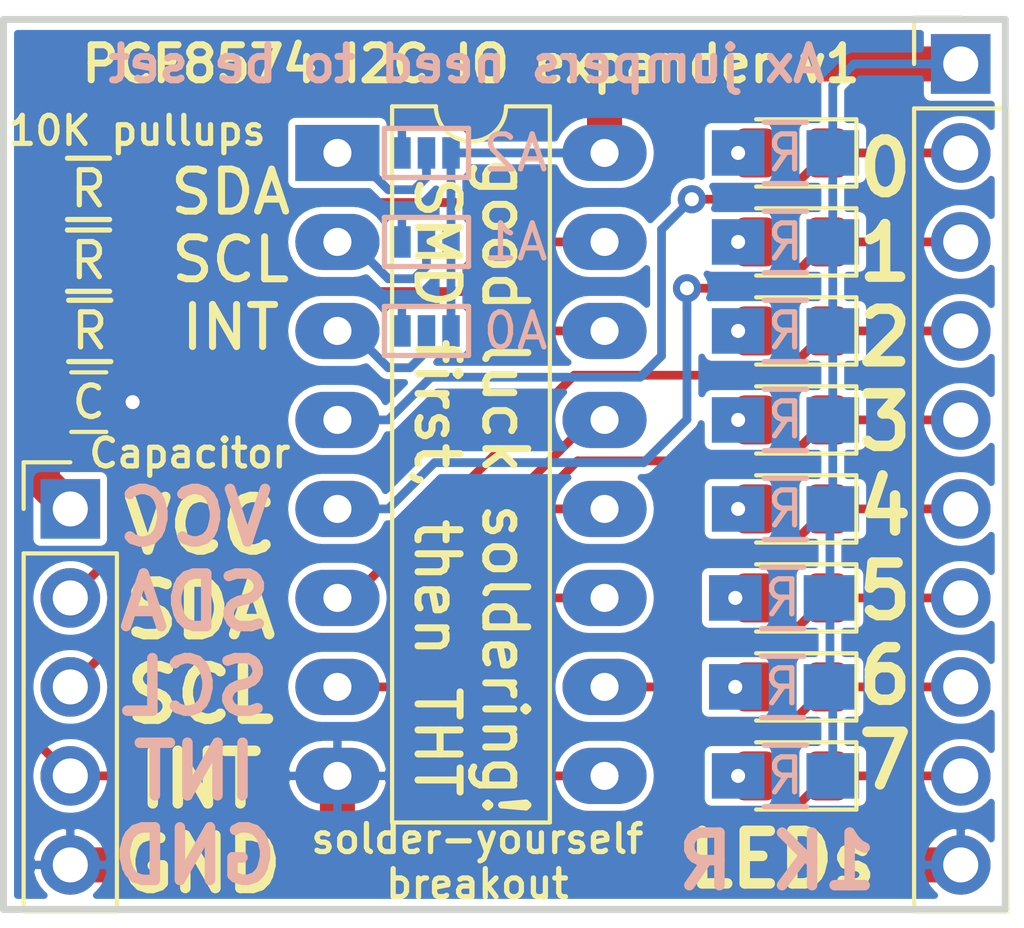
<source format=kicad_pcb>
(kicad_pcb (version 20171130) (host pcbnew "(5.1.2)-1")

  (general
    (thickness 1.6)
    (drawings 16)
    (tracks 161)
    (zones 0)
    (modules 26)
    (nets 25)
  )

  (page A4)
  (layers
    (0 F.Cu signal)
    (31 B.Cu signal)
    (32 B.Adhes user)
    (33 F.Adhes user)
    (34 B.Paste user)
    (35 F.Paste user)
    (36 B.SilkS user)
    (37 F.SilkS user)
    (38 B.Mask user)
    (39 F.Mask user)
    (40 Dwgs.User user)
    (41 Cmts.User user)
    (42 Eco1.User user)
    (43 Eco2.User user)
    (44 Edge.Cuts user)
    (45 Margin user)
    (46 B.CrtYd user)
    (47 F.CrtYd user)
    (48 B.Fab user)
    (49 F.Fab user hide)
  )

  (setup
    (last_trace_width 0.25)
    (user_trace_width 1)
    (trace_clearance 0.2)
    (zone_clearance 0.508)
    (zone_45_only no)
    (trace_min 0.2)
    (via_size 0.8)
    (via_drill 0.4)
    (via_min_size 0.4)
    (via_min_drill 0.3)
    (uvia_size 0.3)
    (uvia_drill 0.1)
    (uvias_allowed no)
    (uvia_min_size 0.2)
    (uvia_min_drill 0.1)
    (edge_width 0.15)
    (segment_width 0.2)
    (pcb_text_width 0.3)
    (pcb_text_size 1.5 1.5)
    (mod_edge_width 0.15)
    (mod_text_size 1 1)
    (mod_text_width 0.15)
    (pad_size 1.524 1.524)
    (pad_drill 0.762)
    (pad_to_mask_clearance 0.051)
    (solder_mask_min_width 0.25)
    (aux_axis_origin 168.91 39.37)
    (visible_elements 7FFFFFFF)
    (pcbplotparams
      (layerselection 0x010f0_ffffffff)
      (usegerberextensions true)
      (usegerberattributes false)
      (usegerberadvancedattributes false)
      (creategerberjobfile false)
      (excludeedgelayer true)
      (linewidth 0.100000)
      (plotframeref false)
      (viasonmask false)
      (mode 1)
      (useauxorigin true)
      (hpglpennumber 1)
      (hpglpenspeed 20)
      (hpglpendiameter 15.000000)
      (psnegative false)
      (psa4output false)
      (plotreference true)
      (plotvalue true)
      (plotinvisibletext false)
      (padsonsilk false)
      (subtractmaskfromsilk true)
      (outputformat 1)
      (mirror false)
      (drillshape 0)
      (scaleselection 1)
      (outputdirectory "gerbers/"))
  )

  (net 0 "")
  (net 1 VCC)
  (net 2 "Net-(D7-Pad2)")
  (net 3 "Net-(D6-Pad2)")
  (net 4 "Net-(D5-Pad2)")
  (net 5 "Net-(D4-Pad2)")
  (net 6 "Net-(D3-Pad2)")
  (net 7 "Net-(D2-Pad2)")
  (net 8 "Net-(D1-Pad2)")
  (net 9 INT)
  (net 10 "Net-(D8-Pad2)")
  (net 11 /A0)
  (net 12 GND)
  (net 13 /A1)
  (net 14 /A2)
  (net 15 /O4)
  (net 16 /O5)
  (net 17 /O6)
  (net 18 /O0)
  (net 19 /O7)
  (net 20 /O1)
  (net 21 /O2)
  (net 22 SCL)
  (net 23 /O3)
  (net 24 SDA)

  (net_class Default "This is the default net class."
    (clearance 0.2)
    (trace_width 0.25)
    (via_dia 0.8)
    (via_drill 0.4)
    (uvia_dia 0.3)
    (uvia_drill 0.1)
    (add_net /A0)
    (add_net /A1)
    (add_net /A2)
    (add_net /O0)
    (add_net /O1)
    (add_net /O2)
    (add_net /O3)
    (add_net /O4)
    (add_net /O5)
    (add_net /O6)
    (add_net /O7)
    (add_net GND)
    (add_net INT)
    (add_net "Net-(D1-Pad2)")
    (add_net "Net-(D2-Pad2)")
    (add_net "Net-(D3-Pad2)")
    (add_net "Net-(D4-Pad2)")
    (add_net "Net-(D5-Pad2)")
    (add_net "Net-(D6-Pad2)")
    (add_net "Net-(D7-Pad2)")
    (add_net "Net-(D8-Pad2)")
    (add_net SCL)
    (add_net SDA)
    (add_net VCC)
  )

  (module LED_SMD:LED_0805_2012Metric_Pad1.15x1.40mm_HandSolder (layer F.Cu) (tedit 5DCE6D07) (tstamp 5DF25A76)
    (at 162.805 43.18 180)
    (descr "LED SMD 0805 (2012 Metric), square (rectangular) end terminal, IPC_7351 nominal, (Body size source: https://docs.google.com/spreadsheets/d/1BsfQQcO9C6DZCsRaXUlFlo91Tg2WpOkGARC1WS5S8t0/edit?usp=sharing), generated with kicad-footprint-generator")
    (tags "LED handsolder")
    (path /5DCE63F0)
    (attr smd)
    (fp_text reference D1 (at 0 -1.65 180) (layer F.SilkS) hide
      (effects (font (size 1 1) (thickness 0.15)))
    )
    (fp_text value LED (at 0 1.65 180) (layer F.Fab)
      (effects (font (size 1 1) (thickness 0.15)))
    )
    (fp_text user %R (at 0 0 180) (layer F.Fab)
      (effects (font (size 0.5 0.5) (thickness 0.08)))
    )
    (fp_line (start 1.85 0.95) (end -1.85 0.95) (layer F.CrtYd) (width 0.05))
    (fp_line (start 1.85 -0.95) (end 1.85 0.95) (layer F.CrtYd) (width 0.05))
    (fp_line (start -1.85 -0.95) (end 1.85 -0.95) (layer F.CrtYd) (width 0.05))
    (fp_line (start -1.85 0.95) (end -1.85 -0.95) (layer F.CrtYd) (width 0.05))
    (fp_line (start -1.86 0.96) (end 1 0.96) (layer F.SilkS) (width 0.12))
    (fp_line (start -1.86 -0.96) (end -1.86 0.96) (layer F.SilkS) (width 0.12))
    (fp_line (start 1 -0.96) (end -1.86 -0.96) (layer F.SilkS) (width 0.12))
    (fp_line (start 1 0.6) (end 1 -0.6) (layer F.Fab) (width 0.1))
    (fp_line (start -1 0.6) (end 1 0.6) (layer F.Fab) (width 0.1))
    (fp_line (start -1 -0.3) (end -1 0.6) (layer F.Fab) (width 0.1))
    (fp_line (start -0.7 -0.6) (end -1 -0.3) (layer F.Fab) (width 0.1))
    (fp_line (start 1 -0.6) (end -0.7 -0.6) (layer F.Fab) (width 0.1))
    (pad 2 smd roundrect (at 1.025 0 180) (size 1.15 1.4) (layers F.Cu F.Paste F.Mask) (roundrect_rratio 0.217391)
      (net 8 "Net-(D1-Pad2)"))
    (pad 1 smd roundrect (at -1.025 0 180) (size 1.15 1.4) (layers F.Cu F.Paste F.Mask) (roundrect_rratio 0.217391)
      (net 18 /O0))
    (model ${KISYS3DMOD}/LED_SMD.3dshapes/LED_0805_2012Metric.wrl
      (at (xyz 0 0 0))
      (scale (xyz 1 1 1))
      (rotate (xyz 0 0 0))
    )
  )

  (module LED_SMD:LED_0805_2012Metric_Pad1.15x1.40mm_HandSolder (layer F.Cu) (tedit 5DCE6D01) (tstamp 5DF25A64)
    (at 162.805 45.72 180)
    (descr "LED SMD 0805 (2012 Metric), square (rectangular) end terminal, IPC_7351 nominal, (Body size source: https://docs.google.com/spreadsheets/d/1BsfQQcO9C6DZCsRaXUlFlo91Tg2WpOkGARC1WS5S8t0/edit?usp=sharing), generated with kicad-footprint-generator")
    (tags "LED handsolder")
    (path /5DCE68E9)
    (attr smd)
    (fp_text reference D2 (at 0 -1.65 180) (layer F.SilkS) hide
      (effects (font (size 1 1) (thickness 0.15)))
    )
    (fp_text value LED (at 0 1.65 180) (layer F.Fab)
      (effects (font (size 1 1) (thickness 0.15)))
    )
    (fp_line (start 1 -0.6) (end -0.7 -0.6) (layer F.Fab) (width 0.1))
    (fp_line (start -0.7 -0.6) (end -1 -0.3) (layer F.Fab) (width 0.1))
    (fp_line (start -1 -0.3) (end -1 0.6) (layer F.Fab) (width 0.1))
    (fp_line (start -1 0.6) (end 1 0.6) (layer F.Fab) (width 0.1))
    (fp_line (start 1 0.6) (end 1 -0.6) (layer F.Fab) (width 0.1))
    (fp_line (start 1 -0.96) (end -1.86 -0.96) (layer F.SilkS) (width 0.12))
    (fp_line (start -1.86 -0.96) (end -1.86 0.96) (layer F.SilkS) (width 0.12))
    (fp_line (start -1.86 0.96) (end 1 0.96) (layer F.SilkS) (width 0.12))
    (fp_line (start -1.85 0.95) (end -1.85 -0.95) (layer F.CrtYd) (width 0.05))
    (fp_line (start -1.85 -0.95) (end 1.85 -0.95) (layer F.CrtYd) (width 0.05))
    (fp_line (start 1.85 -0.95) (end 1.85 0.95) (layer F.CrtYd) (width 0.05))
    (fp_line (start 1.85 0.95) (end -1.85 0.95) (layer F.CrtYd) (width 0.05))
    (fp_text user %R (at 0 0 180) (layer F.Fab)
      (effects (font (size 0.5 0.5) (thickness 0.08)))
    )
    (pad 1 smd roundrect (at -1.025 0 180) (size 1.15 1.4) (layers F.Cu F.Paste F.Mask) (roundrect_rratio 0.217391)
      (net 20 /O1))
    (pad 2 smd roundrect (at 1.025 0 180) (size 1.15 1.4) (layers F.Cu F.Paste F.Mask) (roundrect_rratio 0.217391)
      (net 7 "Net-(D2-Pad2)"))
    (model ${KISYS3DMOD}/LED_SMD.3dshapes/LED_0805_2012Metric.wrl
      (at (xyz 0 0 0))
      (scale (xyz 1 1 1))
      (rotate (xyz 0 0 0))
    )
  )

  (module LED_SMD:LED_0805_2012Metric_Pad1.15x1.40mm_HandSolder (layer F.Cu) (tedit 5DCE6CFB) (tstamp 5DF25A52)
    (at 162.805 48.26 180)
    (descr "LED SMD 0805 (2012 Metric), square (rectangular) end terminal, IPC_7351 nominal, (Body size source: https://docs.google.com/spreadsheets/d/1BsfQQcO9C6DZCsRaXUlFlo91Tg2WpOkGARC1WS5S8t0/edit?usp=sharing), generated with kicad-footprint-generator")
    (tags "LED handsolder")
    (path /5DCE6D36)
    (attr smd)
    (fp_text reference D3 (at 0 -1.65 180) (layer F.SilkS) hide
      (effects (font (size 1 1) (thickness 0.15)))
    )
    (fp_text value LED (at 0 1.65 180) (layer F.Fab)
      (effects (font (size 1 1) (thickness 0.15)))
    )
    (fp_text user %R (at 0 0 180) (layer F.Fab)
      (effects (font (size 0.5 0.5) (thickness 0.08)))
    )
    (fp_line (start 1.85 0.95) (end -1.85 0.95) (layer F.CrtYd) (width 0.05))
    (fp_line (start 1.85 -0.95) (end 1.85 0.95) (layer F.CrtYd) (width 0.05))
    (fp_line (start -1.85 -0.95) (end 1.85 -0.95) (layer F.CrtYd) (width 0.05))
    (fp_line (start -1.85 0.95) (end -1.85 -0.95) (layer F.CrtYd) (width 0.05))
    (fp_line (start -1.86 0.96) (end 1 0.96) (layer F.SilkS) (width 0.12))
    (fp_line (start -1.86 -0.96) (end -1.86 0.96) (layer F.SilkS) (width 0.12))
    (fp_line (start 1 -0.96) (end -1.86 -0.96) (layer F.SilkS) (width 0.12))
    (fp_line (start 1 0.6) (end 1 -0.6) (layer F.Fab) (width 0.1))
    (fp_line (start -1 0.6) (end 1 0.6) (layer F.Fab) (width 0.1))
    (fp_line (start -1 -0.3) (end -1 0.6) (layer F.Fab) (width 0.1))
    (fp_line (start -0.7 -0.6) (end -1 -0.3) (layer F.Fab) (width 0.1))
    (fp_line (start 1 -0.6) (end -0.7 -0.6) (layer F.Fab) (width 0.1))
    (pad 2 smd roundrect (at 1.025 0 180) (size 1.15 1.4) (layers F.Cu F.Paste F.Mask) (roundrect_rratio 0.217391)
      (net 6 "Net-(D3-Pad2)"))
    (pad 1 smd roundrect (at -1.025 0 180) (size 1.15 1.4) (layers F.Cu F.Paste F.Mask) (roundrect_rratio 0.217391)
      (net 21 /O2))
    (model ${KISYS3DMOD}/LED_SMD.3dshapes/LED_0805_2012Metric.wrl
      (at (xyz 0 0 0))
      (scale (xyz 1 1 1))
      (rotate (xyz 0 0 0))
    )
  )

  (module LED_SMD:LED_0805_2012Metric_Pad1.15x1.40mm_HandSolder (layer F.Cu) (tedit 5DCE6CF4) (tstamp 5DF25A40)
    (at 162.805 50.8 180)
    (descr "LED SMD 0805 (2012 Metric), square (rectangular) end terminal, IPC_7351 nominal, (Body size source: https://docs.google.com/spreadsheets/d/1BsfQQcO9C6DZCsRaXUlFlo91Tg2WpOkGARC1WS5S8t0/edit?usp=sharing), generated with kicad-footprint-generator")
    (tags "LED handsolder")
    (path /5DCE6D4B)
    (attr smd)
    (fp_text reference D4 (at 0 -1.65 180) (layer F.SilkS) hide
      (effects (font (size 1 1) (thickness 0.15)))
    )
    (fp_text value LED (at 0 1.65 180) (layer F.Fab)
      (effects (font (size 1 1) (thickness 0.15)))
    )
    (fp_line (start 1 -0.6) (end -0.7 -0.6) (layer F.Fab) (width 0.1))
    (fp_line (start -0.7 -0.6) (end -1 -0.3) (layer F.Fab) (width 0.1))
    (fp_line (start -1 -0.3) (end -1 0.6) (layer F.Fab) (width 0.1))
    (fp_line (start -1 0.6) (end 1 0.6) (layer F.Fab) (width 0.1))
    (fp_line (start 1 0.6) (end 1 -0.6) (layer F.Fab) (width 0.1))
    (fp_line (start 1 -0.96) (end -1.86 -0.96) (layer F.SilkS) (width 0.12))
    (fp_line (start -1.86 -0.96) (end -1.86 0.96) (layer F.SilkS) (width 0.12))
    (fp_line (start -1.86 0.96) (end 1 0.96) (layer F.SilkS) (width 0.12))
    (fp_line (start -1.85 0.95) (end -1.85 -0.95) (layer F.CrtYd) (width 0.05))
    (fp_line (start -1.85 -0.95) (end 1.85 -0.95) (layer F.CrtYd) (width 0.05))
    (fp_line (start 1.85 -0.95) (end 1.85 0.95) (layer F.CrtYd) (width 0.05))
    (fp_line (start 1.85 0.95) (end -1.85 0.95) (layer F.CrtYd) (width 0.05))
    (fp_text user %R (at 0 0 180) (layer F.Fab)
      (effects (font (size 0.5 0.5) (thickness 0.08)))
    )
    (pad 1 smd roundrect (at -1.025 0 180) (size 1.15 1.4) (layers F.Cu F.Paste F.Mask) (roundrect_rratio 0.217391)
      (net 23 /O3))
    (pad 2 smd roundrect (at 1.025 0 180) (size 1.15 1.4) (layers F.Cu F.Paste F.Mask) (roundrect_rratio 0.217391)
      (net 5 "Net-(D4-Pad2)"))
    (model ${KISYS3DMOD}/LED_SMD.3dshapes/LED_0805_2012Metric.wrl
      (at (xyz 0 0 0))
      (scale (xyz 1 1 1))
      (rotate (xyz 0 0 0))
    )
  )

  (module LED_SMD:LED_0805_2012Metric_Pad1.15x1.40mm_HandSolder (layer F.Cu) (tedit 5DCE6CEF) (tstamp 5DF25A2E)
    (at 162.805 53.34 180)
    (descr "LED SMD 0805 (2012 Metric), square (rectangular) end terminal, IPC_7351 nominal, (Body size source: https://docs.google.com/spreadsheets/d/1BsfQQcO9C6DZCsRaXUlFlo91Tg2WpOkGARC1WS5S8t0/edit?usp=sharing), generated with kicad-footprint-generator")
    (tags "LED handsolder")
    (path /5DCE7107)
    (attr smd)
    (fp_text reference D5 (at 0 -1.65 180) (layer F.SilkS) hide
      (effects (font (size 1 1) (thickness 0.15)))
    )
    (fp_text value LED (at 0 1.65 180) (layer F.Fab)
      (effects (font (size 1 1) (thickness 0.15)))
    )
    (fp_text user %R (at 0 0 180) (layer F.Fab)
      (effects (font (size 0.5 0.5) (thickness 0.08)))
    )
    (fp_line (start 1.85 0.95) (end -1.85 0.95) (layer F.CrtYd) (width 0.05))
    (fp_line (start 1.85 -0.95) (end 1.85 0.95) (layer F.CrtYd) (width 0.05))
    (fp_line (start -1.85 -0.95) (end 1.85 -0.95) (layer F.CrtYd) (width 0.05))
    (fp_line (start -1.85 0.95) (end -1.85 -0.95) (layer F.CrtYd) (width 0.05))
    (fp_line (start -1.86 0.96) (end 1 0.96) (layer F.SilkS) (width 0.12))
    (fp_line (start -1.86 -0.96) (end -1.86 0.96) (layer F.SilkS) (width 0.12))
    (fp_line (start 1 -0.96) (end -1.86 -0.96) (layer F.SilkS) (width 0.12))
    (fp_line (start 1 0.6) (end 1 -0.6) (layer F.Fab) (width 0.1))
    (fp_line (start -1 0.6) (end 1 0.6) (layer F.Fab) (width 0.1))
    (fp_line (start -1 -0.3) (end -1 0.6) (layer F.Fab) (width 0.1))
    (fp_line (start -0.7 -0.6) (end -1 -0.3) (layer F.Fab) (width 0.1))
    (fp_line (start 1 -0.6) (end -0.7 -0.6) (layer F.Fab) (width 0.1))
    (pad 2 smd roundrect (at 1.025 0 180) (size 1.15 1.4) (layers F.Cu F.Paste F.Mask) (roundrect_rratio 0.217391)
      (net 4 "Net-(D5-Pad2)"))
    (pad 1 smd roundrect (at -1.025 0 180) (size 1.15 1.4) (layers F.Cu F.Paste F.Mask) (roundrect_rratio 0.217391)
      (net 15 /O4))
    (model ${KISYS3DMOD}/LED_SMD.3dshapes/LED_0805_2012Metric.wrl
      (at (xyz 0 0 0))
      (scale (xyz 1 1 1))
      (rotate (xyz 0 0 0))
    )
  )

  (module LED_SMD:LED_0805_2012Metric_Pad1.15x1.40mm_HandSolder (layer F.Cu) (tedit 5DCE6CEA) (tstamp 5DF25A1C)
    (at 162.805 55.88 180)
    (descr "LED SMD 0805 (2012 Metric), square (rectangular) end terminal, IPC_7351 nominal, (Body size source: https://docs.google.com/spreadsheets/d/1BsfQQcO9C6DZCsRaXUlFlo91Tg2WpOkGARC1WS5S8t0/edit?usp=sharing), generated with kicad-footprint-generator")
    (tags "LED handsolder")
    (path /5DCE711C)
    (attr smd)
    (fp_text reference D6 (at 0 -1.65 180) (layer F.SilkS) hide
      (effects (font (size 1 1) (thickness 0.15)))
    )
    (fp_text value LED (at 0 1.65 180) (layer F.Fab)
      (effects (font (size 1 1) (thickness 0.15)))
    )
    (fp_line (start 1 -0.6) (end -0.7 -0.6) (layer F.Fab) (width 0.1))
    (fp_line (start -0.7 -0.6) (end -1 -0.3) (layer F.Fab) (width 0.1))
    (fp_line (start -1 -0.3) (end -1 0.6) (layer F.Fab) (width 0.1))
    (fp_line (start -1 0.6) (end 1 0.6) (layer F.Fab) (width 0.1))
    (fp_line (start 1 0.6) (end 1 -0.6) (layer F.Fab) (width 0.1))
    (fp_line (start 1 -0.96) (end -1.86 -0.96) (layer F.SilkS) (width 0.12))
    (fp_line (start -1.86 -0.96) (end -1.86 0.96) (layer F.SilkS) (width 0.12))
    (fp_line (start -1.86 0.96) (end 1 0.96) (layer F.SilkS) (width 0.12))
    (fp_line (start -1.85 0.95) (end -1.85 -0.95) (layer F.CrtYd) (width 0.05))
    (fp_line (start -1.85 -0.95) (end 1.85 -0.95) (layer F.CrtYd) (width 0.05))
    (fp_line (start 1.85 -0.95) (end 1.85 0.95) (layer F.CrtYd) (width 0.05))
    (fp_line (start 1.85 0.95) (end -1.85 0.95) (layer F.CrtYd) (width 0.05))
    (fp_text user %R (at 0 0 180) (layer F.Fab)
      (effects (font (size 0.5 0.5) (thickness 0.08)))
    )
    (pad 1 smd roundrect (at -1.025 0 180) (size 1.15 1.4) (layers F.Cu F.Paste F.Mask) (roundrect_rratio 0.217391)
      (net 16 /O5))
    (pad 2 smd roundrect (at 1.025 0 180) (size 1.15 1.4) (layers F.Cu F.Paste F.Mask) (roundrect_rratio 0.217391)
      (net 3 "Net-(D6-Pad2)"))
    (model ${KISYS3DMOD}/LED_SMD.3dshapes/LED_0805_2012Metric.wrl
      (at (xyz 0 0 0))
      (scale (xyz 1 1 1))
      (rotate (xyz 0 0 0))
    )
  )

  (module LED_SMD:LED_0805_2012Metric_Pad1.15x1.40mm_HandSolder (layer F.Cu) (tedit 5DCE6CE4) (tstamp 5DF25A0A)
    (at 162.805 58.42 180)
    (descr "LED SMD 0805 (2012 Metric), square (rectangular) end terminal, IPC_7351 nominal, (Body size source: https://docs.google.com/spreadsheets/d/1BsfQQcO9C6DZCsRaXUlFlo91Tg2WpOkGARC1WS5S8t0/edit?usp=sharing), generated with kicad-footprint-generator")
    (tags "LED handsolder")
    (path /5DCE7131)
    (attr smd)
    (fp_text reference D7 (at 0 -1.65 180) (layer F.SilkS) hide
      (effects (font (size 1 1) (thickness 0.15)))
    )
    (fp_text value LED (at 0 1.65 180) (layer F.Fab)
      (effects (font (size 1 1) (thickness 0.15)))
    )
    (fp_text user %R (at 0 0 180) (layer F.Fab)
      (effects (font (size 0.5 0.5) (thickness 0.08)))
    )
    (fp_line (start 1.85 0.95) (end -1.85 0.95) (layer F.CrtYd) (width 0.05))
    (fp_line (start 1.85 -0.95) (end 1.85 0.95) (layer F.CrtYd) (width 0.05))
    (fp_line (start -1.85 -0.95) (end 1.85 -0.95) (layer F.CrtYd) (width 0.05))
    (fp_line (start -1.85 0.95) (end -1.85 -0.95) (layer F.CrtYd) (width 0.05))
    (fp_line (start -1.86 0.96) (end 1 0.96) (layer F.SilkS) (width 0.12))
    (fp_line (start -1.86 -0.96) (end -1.86 0.96) (layer F.SilkS) (width 0.12))
    (fp_line (start 1 -0.96) (end -1.86 -0.96) (layer F.SilkS) (width 0.12))
    (fp_line (start 1 0.6) (end 1 -0.6) (layer F.Fab) (width 0.1))
    (fp_line (start -1 0.6) (end 1 0.6) (layer F.Fab) (width 0.1))
    (fp_line (start -1 -0.3) (end -1 0.6) (layer F.Fab) (width 0.1))
    (fp_line (start -0.7 -0.6) (end -1 -0.3) (layer F.Fab) (width 0.1))
    (fp_line (start 1 -0.6) (end -0.7 -0.6) (layer F.Fab) (width 0.1))
    (pad 2 smd roundrect (at 1.025 0 180) (size 1.15 1.4) (layers F.Cu F.Paste F.Mask) (roundrect_rratio 0.217391)
      (net 2 "Net-(D7-Pad2)"))
    (pad 1 smd roundrect (at -1.025 0 180) (size 1.15 1.4) (layers F.Cu F.Paste F.Mask) (roundrect_rratio 0.217391)
      (net 17 /O6))
    (model ${KISYS3DMOD}/LED_SMD.3dshapes/LED_0805_2012Metric.wrl
      (at (xyz 0 0 0))
      (scale (xyz 1 1 1))
      (rotate (xyz 0 0 0))
    )
  )

  (module LED_SMD:LED_0805_2012Metric_Pad1.15x1.40mm_HandSolder (layer F.Cu) (tedit 5DCE6CDC) (tstamp 5DF259F8)
    (at 162.805 60.96 180)
    (descr "LED SMD 0805 (2012 Metric), square (rectangular) end terminal, IPC_7351 nominal, (Body size source: https://docs.google.com/spreadsheets/d/1BsfQQcO9C6DZCsRaXUlFlo91Tg2WpOkGARC1WS5S8t0/edit?usp=sharing), generated with kicad-footprint-generator")
    (tags "LED handsolder")
    (path /5DCE7146)
    (attr smd)
    (fp_text reference D8 (at 0 -1.65 180) (layer F.SilkS) hide
      (effects (font (size 1 1) (thickness 0.15)))
    )
    (fp_text value LED (at 0 1.65 180) (layer F.Fab)
      (effects (font (size 1 1) (thickness 0.15)))
    )
    (fp_line (start 1 -0.6) (end -0.7 -0.6) (layer F.Fab) (width 0.1))
    (fp_line (start -0.7 -0.6) (end -1 -0.3) (layer F.Fab) (width 0.1))
    (fp_line (start -1 -0.3) (end -1 0.6) (layer F.Fab) (width 0.1))
    (fp_line (start -1 0.6) (end 1 0.6) (layer F.Fab) (width 0.1))
    (fp_line (start 1 0.6) (end 1 -0.6) (layer F.Fab) (width 0.1))
    (fp_line (start 1 -0.96) (end -1.86 -0.96) (layer F.SilkS) (width 0.12))
    (fp_line (start -1.86 -0.96) (end -1.86 0.96) (layer F.SilkS) (width 0.12))
    (fp_line (start -1.86 0.96) (end 1 0.96) (layer F.SilkS) (width 0.12))
    (fp_line (start -1.85 0.95) (end -1.85 -0.95) (layer F.CrtYd) (width 0.05))
    (fp_line (start -1.85 -0.95) (end 1.85 -0.95) (layer F.CrtYd) (width 0.05))
    (fp_line (start 1.85 -0.95) (end 1.85 0.95) (layer F.CrtYd) (width 0.05))
    (fp_line (start 1.85 0.95) (end -1.85 0.95) (layer F.CrtYd) (width 0.05))
    (fp_text user %R (at 0 0 180) (layer F.Fab)
      (effects (font (size 0.5 0.5) (thickness 0.08)))
    )
    (pad 1 smd roundrect (at -1.025 0 180) (size 1.15 1.4) (layers F.Cu F.Paste F.Mask) (roundrect_rratio 0.217391)
      (net 19 /O7))
    (pad 2 smd roundrect (at 1.025 0 180) (size 1.15 1.4) (layers F.Cu F.Paste F.Mask) (roundrect_rratio 0.217391)
      (net 10 "Net-(D8-Pad2)"))
    (model ${KISYS3DMOD}/LED_SMD.3dshapes/LED_0805_2012Metric.wrl
      (at (xyz 0 0 0))
      (scale (xyz 1 1 1))
      (rotate (xyz 0 0 0))
    )
  )

  (module pcf8574_dip_breakout:R_0805_10K_HandSoldering (layer F.Cu) (tedit 5DCE67DC) (tstamp 5DF2593B)
    (at 142.760001 46.255001)
    (descr "Resistor SMD 0805, hand soldering")
    (tags "resistor 0805")
    (path /5DCEFBDA)
    (attr smd)
    (fp_text reference R11 (at 0 -2.1) (layer F.SilkS) hide
      (effects (font (size 1 1) (thickness 0.15)))
    )
    (fp_text value 10K (at 0 2.1) (layer F.Fab)
      (effects (font (size 1 1) (thickness 0.15)))
    )
    (fp_line (start -0.6 -0.875) (end 0.6 -0.875) (layer F.SilkS) (width 0.15))
    (fp_line (start 0.6 0.875) (end -0.6 0.875) (layer F.SilkS) (width 0.15))
    (fp_line (start 2.4 -1) (end 2.4 1) (layer F.CrtYd) (width 0.05))
    (fp_line (start -2.4 -1) (end -2.4 1) (layer F.CrtYd) (width 0.05))
    (fp_line (start -2.4 1) (end 2.4 1) (layer F.CrtYd) (width 0.05))
    (fp_line (start -2.4 -1) (end 2.4 -1) (layer F.CrtYd) (width 0.05))
    (fp_line (start -1 -0.625) (end 1 -0.625) (layer F.Fab) (width 0.1))
    (fp_line (start 1 -0.625) (end 1 0.625) (layer F.Fab) (width 0.1))
    (fp_line (start 1 0.625) (end -1 0.625) (layer F.Fab) (width 0.1))
    (fp_line (start -1 0.625) (end -1 -0.625) (layer F.Fab) (width 0.1))
    (fp_text user R (at 0 0) (layer F.SilkS)
      (effects (font (size 1 1) (thickness 0.15)))
    )
    (pad 2 smd rect (at 1.35 0) (size 1.5 1.3) (layers F.Cu F.Paste F.Mask)
      (net 22 SCL))
    (pad 1 smd rect (at -1.35 0) (size 1.5 1.3) (layers F.Cu F.Paste F.Mask)
      (net 1 VCC))
    (model Resistors_SMD.3dshapes/R_0805.wrl
      (at (xyz 0 0 0))
      (scale (xyz 1 1 1))
      (rotate (xyz 0 0 0))
    )
  )

  (module pcf8574_dip_breakout:R_0805_10K_HandSoldering (layer F.Cu) (tedit 5DCE67DC) (tstamp 5DF2580A)
    (at 142.760001 44.205001)
    (descr "Resistor SMD 0805, hand soldering")
    (tags "resistor 0805")
    (path /5DCEF607)
    (attr smd)
    (fp_text reference R10 (at 0 -2.1) (layer F.SilkS) hide
      (effects (font (size 1 1) (thickness 0.15)))
    )
    (fp_text value 10K (at 0 2.1) (layer F.Fab)
      (effects (font (size 1 1) (thickness 0.15)))
    )
    (fp_text user R (at 0 0) (layer F.SilkS)
      (effects (font (size 1 1) (thickness 0.15)))
    )
    (fp_line (start -1 0.625) (end -1 -0.625) (layer F.Fab) (width 0.1))
    (fp_line (start 1 0.625) (end -1 0.625) (layer F.Fab) (width 0.1))
    (fp_line (start 1 -0.625) (end 1 0.625) (layer F.Fab) (width 0.1))
    (fp_line (start -1 -0.625) (end 1 -0.625) (layer F.Fab) (width 0.1))
    (fp_line (start -2.4 -1) (end 2.4 -1) (layer F.CrtYd) (width 0.05))
    (fp_line (start -2.4 1) (end 2.4 1) (layer F.CrtYd) (width 0.05))
    (fp_line (start -2.4 -1) (end -2.4 1) (layer F.CrtYd) (width 0.05))
    (fp_line (start 2.4 -1) (end 2.4 1) (layer F.CrtYd) (width 0.05))
    (fp_line (start 0.6 0.875) (end -0.6 0.875) (layer F.SilkS) (width 0.15))
    (fp_line (start -0.6 -0.875) (end 0.6 -0.875) (layer F.SilkS) (width 0.15))
    (pad 1 smd rect (at -1.35 0) (size 1.5 1.3) (layers F.Cu F.Paste F.Mask)
      (net 1 VCC))
    (pad 2 smd rect (at 1.35 0) (size 1.5 1.3) (layers F.Cu F.Paste F.Mask)
      (net 24 SDA))
    (model Resistors_SMD.3dshapes/R_0805.wrl
      (at (xyz 0 0 0))
      (scale (xyz 1 1 1))
      (rotate (xyz 0 0 0))
    )
  )

  (module pcf8574_dip_breakout:R_0805_10K_HandSoldering (layer B.Cu) (tedit 5DCE6841) (tstamp 5DF1F9A1)
    (at 162.64 60.96 180)
    (descr "Resistor SMD 0805, hand soldering")
    (tags "resistor 0805")
    (path /5DCE714D)
    (attr smd)
    (fp_text reference R9 (at 0 2.1 180) (layer B.SilkS) hide
      (effects (font (size 1 1) (thickness 0.15)) (justify mirror))
    )
    (fp_text value 1K (at 0 -2.1 180) (layer B.Fab)
      (effects (font (size 1 1) (thickness 0.15)) (justify mirror))
    )
    (fp_line (start -0.6 0.875) (end 0.6 0.875) (layer B.SilkS) (width 0.15))
    (fp_line (start 0.6 -0.875) (end -0.6 -0.875) (layer B.SilkS) (width 0.15))
    (fp_line (start 2.4 1) (end 2.4 -1) (layer B.CrtYd) (width 0.05))
    (fp_line (start -2.4 1) (end -2.4 -1) (layer B.CrtYd) (width 0.05))
    (fp_line (start -2.4 -1) (end 2.4 -1) (layer B.CrtYd) (width 0.05))
    (fp_line (start -2.4 1) (end 2.4 1) (layer B.CrtYd) (width 0.05))
    (fp_line (start -1 0.625) (end 1 0.625) (layer B.Fab) (width 0.1))
    (fp_line (start 1 0.625) (end 1 -0.625) (layer B.Fab) (width 0.1))
    (fp_line (start 1 -0.625) (end -1 -0.625) (layer B.Fab) (width 0.1))
    (fp_line (start -1 -0.625) (end -1 0.625) (layer B.Fab) (width 0.1))
    (fp_text user R (at 0 0 180) (layer B.SilkS)
      (effects (font (size 1 1) (thickness 0.15)) (justify mirror))
    )
    (pad 2 smd rect (at 1.35 0 180) (size 1.5 1.3) (layers B.Cu B.Paste B.Mask)
      (net 10 "Net-(D8-Pad2)"))
    (pad 1 smd rect (at -1.35 0 180) (size 1.5 1.3) (layers B.Cu B.Paste B.Mask)
      (net 1 VCC))
    (model Resistors_SMD.3dshapes/R_0805.wrl
      (at (xyz 0 0 0))
      (scale (xyz 1 1 1))
      (rotate (xyz 0 0 0))
    )
  )

  (module pcf8574_dip_breakout:R_0805_10K_HandSoldering (layer F.Cu) (tedit 5DCE686D) (tstamp 5DF1F990)
    (at 142.795 48.26)
    (descr "Resistor SMD 0805, hand soldering")
    (tags "resistor 0805")
    (path /5DCEDA43)
    (attr smd)
    (fp_text reference R1 (at 0 -2.1) (layer F.SilkS) hide
      (effects (font (size 1 1) (thickness 0.15)))
    )
    (fp_text value 10K (at 0 2.1) (layer F.Fab)
      (effects (font (size 1 1) (thickness 0.15)))
    )
    (fp_line (start -0.6 -0.875) (end 0.6 -0.875) (layer F.SilkS) (width 0.15))
    (fp_line (start 0.6 0.875) (end -0.6 0.875) (layer F.SilkS) (width 0.15))
    (fp_line (start 2.4 -1) (end 2.4 1) (layer F.CrtYd) (width 0.05))
    (fp_line (start -2.4 -1) (end -2.4 1) (layer F.CrtYd) (width 0.05))
    (fp_line (start -2.4 1) (end 2.4 1) (layer F.CrtYd) (width 0.05))
    (fp_line (start -2.4 -1) (end 2.4 -1) (layer F.CrtYd) (width 0.05))
    (fp_line (start -1 -0.625) (end 1 -0.625) (layer F.Fab) (width 0.1))
    (fp_line (start 1 -0.625) (end 1 0.625) (layer F.Fab) (width 0.1))
    (fp_line (start 1 0.625) (end -1 0.625) (layer F.Fab) (width 0.1))
    (fp_line (start -1 0.625) (end -1 -0.625) (layer F.Fab) (width 0.1))
    (fp_text user R (at 0 0) (layer F.SilkS)
      (effects (font (size 1 1) (thickness 0.15)))
    )
    (pad 2 smd rect (at 1.35 0) (size 1.5 1.3) (layers F.Cu F.Paste F.Mask)
      (net 9 INT))
    (pad 1 smd rect (at -1.35 0) (size 1.5 1.3) (layers F.Cu F.Paste F.Mask)
      (net 1 VCC))
    (model Resistors_SMD.3dshapes/R_0805.wrl
      (at (xyz 0 0 0))
      (scale (xyz 1 1 1))
      (rotate (xyz 0 0 0))
    )
  )

  (module pcf8574_dip_breakout:R_0805_10K_HandSoldering (layer B.Cu) (tedit 5DCE6879) (tstamp 5DF1F97F)
    (at 162.64 43.18 180)
    (descr "Resistor SMD 0805, hand soldering")
    (tags "resistor 0805")
    (path /5DCE660C)
    (attr smd)
    (fp_text reference R2 (at 0 2.1 180) (layer B.SilkS) hide
      (effects (font (size 1 1) (thickness 0.15)) (justify mirror))
    )
    (fp_text value 1K (at 0 -2.1 180) (layer B.Fab)
      (effects (font (size 1 1) (thickness 0.15)) (justify mirror))
    )
    (fp_line (start -0.6 0.875) (end 0.6 0.875) (layer B.SilkS) (width 0.15))
    (fp_line (start 0.6 -0.875) (end -0.6 -0.875) (layer B.SilkS) (width 0.15))
    (fp_line (start 2.4 1) (end 2.4 -1) (layer B.CrtYd) (width 0.05))
    (fp_line (start -2.4 1) (end -2.4 -1) (layer B.CrtYd) (width 0.05))
    (fp_line (start -2.4 -1) (end 2.4 -1) (layer B.CrtYd) (width 0.05))
    (fp_line (start -2.4 1) (end 2.4 1) (layer B.CrtYd) (width 0.05))
    (fp_line (start -1 0.625) (end 1 0.625) (layer B.Fab) (width 0.1))
    (fp_line (start 1 0.625) (end 1 -0.625) (layer B.Fab) (width 0.1))
    (fp_line (start 1 -0.625) (end -1 -0.625) (layer B.Fab) (width 0.1))
    (fp_line (start -1 -0.625) (end -1 0.625) (layer B.Fab) (width 0.1))
    (fp_text user R (at 0 0 180) (layer B.SilkS)
      (effects (font (size 1 1) (thickness 0.15)) (justify mirror))
    )
    (pad 2 smd rect (at 1.35 0 180) (size 1.5 1.3) (layers B.Cu B.Paste B.Mask)
      (net 8 "Net-(D1-Pad2)"))
    (pad 1 smd rect (at -1.35 0 180) (size 1.5 1.3) (layers B.Cu B.Paste B.Mask)
      (net 1 VCC))
    (model Resistors_SMD.3dshapes/R_0805.wrl
      (at (xyz 0 0 0))
      (scale (xyz 1 1 1))
      (rotate (xyz 0 0 0))
    )
  )

  (module pcf8574_dip_breakout:R_0805_10K_HandSoldering (layer B.Cu) (tedit 5DCE6819) (tstamp 5DF1F96E)
    (at 162.64 45.72 180)
    (descr "Resistor SMD 0805, hand soldering")
    (tags "resistor 0805")
    (path /5DCE68EF)
    (attr smd)
    (fp_text reference R3 (at 0 2.1 180) (layer B.SilkS) hide
      (effects (font (size 1 1) (thickness 0.15)) (justify mirror))
    )
    (fp_text value 1K (at 0 -2.1 180) (layer B.Fab)
      (effects (font (size 1 1) (thickness 0.15)) (justify mirror))
    )
    (fp_line (start -0.6 0.875) (end 0.6 0.875) (layer B.SilkS) (width 0.15))
    (fp_line (start 0.6 -0.875) (end -0.6 -0.875) (layer B.SilkS) (width 0.15))
    (fp_line (start 2.4 1) (end 2.4 -1) (layer B.CrtYd) (width 0.05))
    (fp_line (start -2.4 1) (end -2.4 -1) (layer B.CrtYd) (width 0.05))
    (fp_line (start -2.4 -1) (end 2.4 -1) (layer B.CrtYd) (width 0.05))
    (fp_line (start -2.4 1) (end 2.4 1) (layer B.CrtYd) (width 0.05))
    (fp_line (start -1 0.625) (end 1 0.625) (layer B.Fab) (width 0.1))
    (fp_line (start 1 0.625) (end 1 -0.625) (layer B.Fab) (width 0.1))
    (fp_line (start 1 -0.625) (end -1 -0.625) (layer B.Fab) (width 0.1))
    (fp_line (start -1 -0.625) (end -1 0.625) (layer B.Fab) (width 0.1))
    (fp_text user R (at 0 0 180) (layer B.SilkS)
      (effects (font (size 1 1) (thickness 0.15)) (justify mirror))
    )
    (pad 2 smd rect (at 1.35 0 180) (size 1.5 1.3) (layers B.Cu B.Paste B.Mask)
      (net 7 "Net-(D2-Pad2)"))
    (pad 1 smd rect (at -1.35 0 180) (size 1.5 1.3) (layers B.Cu B.Paste B.Mask)
      (net 1 VCC))
    (model Resistors_SMD.3dshapes/R_0805.wrl
      (at (xyz 0 0 0))
      (scale (xyz 1 1 1))
      (rotate (xyz 0 0 0))
    )
  )

  (module pcf8574_dip_breakout:R_0805_10K_HandSoldering (layer B.Cu) (tedit 5DCE681E) (tstamp 5DF1F95D)
    (at 162.64 48.26 180)
    (descr "Resistor SMD 0805, hand soldering")
    (tags "resistor 0805")
    (path /5DCE6D3D)
    (attr smd)
    (fp_text reference R4 (at 0 2.1 180) (layer B.SilkS) hide
      (effects (font (size 1 1) (thickness 0.15)) (justify mirror))
    )
    (fp_text value 1K (at 0 -2.1 180) (layer B.Fab)
      (effects (font (size 1 1) (thickness 0.15)) (justify mirror))
    )
    (fp_line (start -0.6 0.875) (end 0.6 0.875) (layer B.SilkS) (width 0.15))
    (fp_line (start 0.6 -0.875) (end -0.6 -0.875) (layer B.SilkS) (width 0.15))
    (fp_line (start 2.4 1) (end 2.4 -1) (layer B.CrtYd) (width 0.05))
    (fp_line (start -2.4 1) (end -2.4 -1) (layer B.CrtYd) (width 0.05))
    (fp_line (start -2.4 -1) (end 2.4 -1) (layer B.CrtYd) (width 0.05))
    (fp_line (start -2.4 1) (end 2.4 1) (layer B.CrtYd) (width 0.05))
    (fp_line (start -1 0.625) (end 1 0.625) (layer B.Fab) (width 0.1))
    (fp_line (start 1 0.625) (end 1 -0.625) (layer B.Fab) (width 0.1))
    (fp_line (start 1 -0.625) (end -1 -0.625) (layer B.Fab) (width 0.1))
    (fp_line (start -1 -0.625) (end -1 0.625) (layer B.Fab) (width 0.1))
    (fp_text user R (at 0 0 180) (layer B.SilkS)
      (effects (font (size 1 1) (thickness 0.15)) (justify mirror))
    )
    (pad 2 smd rect (at 1.35 0 180) (size 1.5 1.3) (layers B.Cu B.Paste B.Mask)
      (net 6 "Net-(D3-Pad2)"))
    (pad 1 smd rect (at -1.35 0 180) (size 1.5 1.3) (layers B.Cu B.Paste B.Mask)
      (net 1 VCC))
    (model Resistors_SMD.3dshapes/R_0805.wrl
      (at (xyz 0 0 0))
      (scale (xyz 1 1 1))
      (rotate (xyz 0 0 0))
    )
  )

  (module pcf8574_dip_breakout:R_0805_10K_HandSoldering (layer B.Cu) (tedit 5DCE69AA) (tstamp 5DF1F94C)
    (at 162.64 50.8 180)
    (descr "Resistor SMD 0805, hand soldering")
    (tags "resistor 0805")
    (path /5DCE6D52)
    (attr smd)
    (fp_text reference R5 (at 0 2.1 180) (layer B.SilkS) hide
      (effects (font (size 1 1) (thickness 0.15)) (justify mirror))
    )
    (fp_text value 1K (at 0 -2.1 180) (layer B.Fab)
      (effects (font (size 1 1) (thickness 0.15)) (justify mirror))
    )
    (fp_line (start -0.6 0.875) (end 0.6 0.875) (layer B.SilkS) (width 0.15))
    (fp_line (start 0.6 -0.875) (end -0.6 -0.875) (layer B.SilkS) (width 0.15))
    (fp_line (start 2.4 1) (end 2.4 -1) (layer B.CrtYd) (width 0.05))
    (fp_line (start -2.4 1) (end -2.4 -1) (layer B.CrtYd) (width 0.05))
    (fp_line (start -2.4 -1) (end 2.4 -1) (layer B.CrtYd) (width 0.05))
    (fp_line (start -2.4 1) (end 2.4 1) (layer B.CrtYd) (width 0.05))
    (fp_line (start -1 0.625) (end 1 0.625) (layer B.Fab) (width 0.1))
    (fp_line (start 1 0.625) (end 1 -0.625) (layer B.Fab) (width 0.1))
    (fp_line (start 1 -0.625) (end -1 -0.625) (layer B.Fab) (width 0.1))
    (fp_line (start -1 -0.625) (end -1 0.625) (layer B.Fab) (width 0.1))
    (fp_text user R (at 0 0 180) (layer B.SilkS)
      (effects (font (size 1 1) (thickness 0.15)) (justify mirror))
    )
    (pad 2 smd rect (at 1.35 0 180) (size 1.5 1.3) (layers B.Cu B.Paste B.Mask)
      (net 5 "Net-(D4-Pad2)"))
    (pad 1 smd rect (at -1.35 0 180) (size 1.5 1.3) (layers B.Cu B.Paste B.Mask)
      (net 1 VCC))
    (model Resistors_SMD.3dshapes/R_0805.wrl
      (at (xyz 0 0 0))
      (scale (xyz 1 1 1))
      (rotate (xyz 0 0 0))
    )
  )

  (module pcf8574_dip_breakout:R_0805_10K_HandSoldering (layer B.Cu) (tedit 5DCE68CF) (tstamp 5DF1F93B)
    (at 162.64 53.34 180)
    (descr "Resistor SMD 0805, hand soldering")
    (tags "resistor 0805")
    (path /5DCE710E)
    (attr smd)
    (fp_text reference R6 (at 0 2.1 180) (layer B.SilkS) hide
      (effects (font (size 1 1) (thickness 0.15)) (justify mirror))
    )
    (fp_text value 1K (at 0 -2.1 180) (layer B.Fab)
      (effects (font (size 1 1) (thickness 0.15)) (justify mirror))
    )
    (fp_line (start -0.6 0.875) (end 0.6 0.875) (layer B.SilkS) (width 0.15))
    (fp_line (start 0.6 -0.875) (end -0.6 -0.875) (layer B.SilkS) (width 0.15))
    (fp_line (start 2.4 1) (end 2.4 -1) (layer B.CrtYd) (width 0.05))
    (fp_line (start -2.4 1) (end -2.4 -1) (layer B.CrtYd) (width 0.05))
    (fp_line (start -2.4 -1) (end 2.4 -1) (layer B.CrtYd) (width 0.05))
    (fp_line (start -2.4 1) (end 2.4 1) (layer B.CrtYd) (width 0.05))
    (fp_line (start -1 0.625) (end 1 0.625) (layer B.Fab) (width 0.1))
    (fp_line (start 1 0.625) (end 1 -0.625) (layer B.Fab) (width 0.1))
    (fp_line (start 1 -0.625) (end -1 -0.625) (layer B.Fab) (width 0.1))
    (fp_line (start -1 -0.625) (end -1 0.625) (layer B.Fab) (width 0.1))
    (fp_text user R (at 0 0 180) (layer B.SilkS)
      (effects (font (size 1 1) (thickness 0.15)) (justify mirror))
    )
    (pad 2 smd rect (at 1.35 0 180) (size 1.5 1.3) (layers B.Cu B.Paste B.Mask)
      (net 4 "Net-(D5-Pad2)"))
    (pad 1 smd rect (at -1.35 0 180) (size 1.5 1.3) (layers B.Cu B.Paste B.Mask)
      (net 1 VCC))
    (model Resistors_SMD.3dshapes/R_0805.wrl
      (at (xyz 0 0 0))
      (scale (xyz 1 1 1))
      (rotate (xyz 0 0 0))
    )
  )

  (module pcf8574_dip_breakout:R_0805_10K_HandSoldering (layer B.Cu) (tedit 5DCE6812) (tstamp 5DF1F92A)
    (at 162.56 55.88 180)
    (descr "Resistor SMD 0805, hand soldering")
    (tags "resistor 0805")
    (path /5DCE7123)
    (attr smd)
    (fp_text reference R7 (at 0 2.1 180) (layer B.SilkS) hide
      (effects (font (size 1 1) (thickness 0.15)) (justify mirror))
    )
    (fp_text value 1K (at 0 -2.1 180) (layer B.Fab)
      (effects (font (size 1 1) (thickness 0.15)) (justify mirror))
    )
    (fp_line (start -0.6 0.875) (end 0.6 0.875) (layer B.SilkS) (width 0.15))
    (fp_line (start 0.6 -0.875) (end -0.6 -0.875) (layer B.SilkS) (width 0.15))
    (fp_line (start 2.4 1) (end 2.4 -1) (layer B.CrtYd) (width 0.05))
    (fp_line (start -2.4 1) (end -2.4 -1) (layer B.CrtYd) (width 0.05))
    (fp_line (start -2.4 -1) (end 2.4 -1) (layer B.CrtYd) (width 0.05))
    (fp_line (start -2.4 1) (end 2.4 1) (layer B.CrtYd) (width 0.05))
    (fp_line (start -1 0.625) (end 1 0.625) (layer B.Fab) (width 0.1))
    (fp_line (start 1 0.625) (end 1 -0.625) (layer B.Fab) (width 0.1))
    (fp_line (start 1 -0.625) (end -1 -0.625) (layer B.Fab) (width 0.1))
    (fp_line (start -1 -0.625) (end -1 0.625) (layer B.Fab) (width 0.1))
    (fp_text user R (at 0 0 180) (layer B.SilkS)
      (effects (font (size 1 1) (thickness 0.15)) (justify mirror))
    )
    (pad 2 smd rect (at 1.35 0 180) (size 1.5 1.3) (layers B.Cu B.Paste B.Mask)
      (net 3 "Net-(D6-Pad2)"))
    (pad 1 smd rect (at -1.35 0 180) (size 1.5 1.3) (layers B.Cu B.Paste B.Mask)
      (net 1 VCC))
    (model Resistors_SMD.3dshapes/R_0805.wrl
      (at (xyz 0 0 0))
      (scale (xyz 1 1 1))
      (rotate (xyz 0 0 0))
    )
  )

  (module pcf8574_dip_breakout:R_0805_10K_HandSoldering (layer B.Cu) (tedit 5DCE6800) (tstamp 5DF1F919)
    (at 162.56 58.42 180)
    (descr "Resistor SMD 0805, hand soldering")
    (tags "resistor 0805")
    (path /5DCE7138)
    (attr smd)
    (fp_text reference R8 (at 0 2.1 180) (layer B.SilkS) hide
      (effects (font (size 1 1) (thickness 0.15)) (justify mirror))
    )
    (fp_text value 1K (at 0 -2.1 180) (layer B.Fab)
      (effects (font (size 1 1) (thickness 0.15)) (justify mirror))
    )
    (fp_line (start -0.6 0.875) (end 0.6 0.875) (layer B.SilkS) (width 0.15))
    (fp_line (start 0.6 -0.875) (end -0.6 -0.875) (layer B.SilkS) (width 0.15))
    (fp_line (start 2.4 1) (end 2.4 -1) (layer B.CrtYd) (width 0.05))
    (fp_line (start -2.4 1) (end -2.4 -1) (layer B.CrtYd) (width 0.05))
    (fp_line (start -2.4 -1) (end 2.4 -1) (layer B.CrtYd) (width 0.05))
    (fp_line (start -2.4 1) (end 2.4 1) (layer B.CrtYd) (width 0.05))
    (fp_line (start -1 0.625) (end 1 0.625) (layer B.Fab) (width 0.1))
    (fp_line (start 1 0.625) (end 1 -0.625) (layer B.Fab) (width 0.1))
    (fp_line (start 1 -0.625) (end -1 -0.625) (layer B.Fab) (width 0.1))
    (fp_line (start -1 -0.625) (end -1 0.625) (layer B.Fab) (width 0.1))
    (fp_text user R (at 0 0 180) (layer B.SilkS)
      (effects (font (size 1 1) (thickness 0.15)) (justify mirror))
    )
    (pad 2 smd rect (at 1.35 0 180) (size 1.5 1.3) (layers B.Cu B.Paste B.Mask)
      (net 2 "Net-(D7-Pad2)"))
    (pad 1 smd rect (at -1.35 0 180) (size 1.5 1.3) (layers B.Cu B.Paste B.Mask)
      (net 1 VCC))
    (model Resistors_SMD.3dshapes/R_0805.wrl
      (at (xyz 0 0 0))
      (scale (xyz 1 1 1))
      (rotate (xyz 0 0 0))
    )
  )

  (module Connector_PinHeader_2.54mm:PinHeader_1x05_P2.54mm_Vertical (layer F.Cu) (tedit 5DCE68BA) (tstamp 5DF1FAD3)
    (at 142.24 53.34)
    (descr "Through hole straight pin header, 1x05, 2.54mm pitch, single row")
    (tags "Through hole pin header THT 1x05 2.54mm single row")
    (path /5DCE1CFB)
    (fp_text reference J1 (at 0 -2.33) (layer F.SilkS) hide
      (effects (font (size 1 1) (thickness 0.15)))
    )
    (fp_text value I2C (at 0 12.49) (layer F.Fab)
      (effects (font (size 1 1) (thickness 0.15)))
    )
    (fp_line (start -0.635 -1.27) (end 1.27 -1.27) (layer F.Fab) (width 0.1))
    (fp_line (start 1.27 -1.27) (end 1.27 11.43) (layer F.Fab) (width 0.1))
    (fp_line (start 1.27 11.43) (end -1.27 11.43) (layer F.Fab) (width 0.1))
    (fp_line (start -1.27 11.43) (end -1.27 -0.635) (layer F.Fab) (width 0.1))
    (fp_line (start -1.27 -0.635) (end -0.635 -1.27) (layer F.Fab) (width 0.1))
    (fp_line (start -1.33 11.49) (end 1.33 11.49) (layer F.SilkS) (width 0.12))
    (fp_line (start -1.33 1.27) (end -1.33 11.49) (layer F.SilkS) (width 0.12))
    (fp_line (start 1.33 1.27) (end 1.33 11.49) (layer F.SilkS) (width 0.12))
    (fp_line (start -1.33 1.27) (end 1.33 1.27) (layer F.SilkS) (width 0.12))
    (fp_line (start -1.33 0) (end -1.33 -1.33) (layer F.SilkS) (width 0.12))
    (fp_line (start -1.33 -1.33) (end 0 -1.33) (layer F.SilkS) (width 0.12))
    (fp_line (start -1.8 -1.8) (end -1.8 11.95) (layer F.CrtYd) (width 0.05))
    (fp_line (start -1.8 11.95) (end 1.8 11.95) (layer F.CrtYd) (width 0.05))
    (fp_line (start 1.8 11.95) (end 1.8 -1.8) (layer F.CrtYd) (width 0.05))
    (fp_line (start 1.8 -1.8) (end -1.8 -1.8) (layer F.CrtYd) (width 0.05))
    (fp_text user %R (at 0 5.08 90) (layer F.Fab)
      (effects (font (size 1 1) (thickness 0.15)))
    )
    (pad 1 thru_hole rect (at 0 0) (size 1.7 1.7) (drill 1) (layers *.Cu *.Mask)
      (net 1 VCC))
    (pad 2 thru_hole oval (at 0 2.54) (size 1.7 1.7) (drill 1) (layers *.Cu *.Mask)
      (net 24 SDA))
    (pad 3 thru_hole oval (at 0 5.08) (size 1.7 1.7) (drill 1) (layers *.Cu *.Mask)
      (net 22 SCL))
    (pad 4 thru_hole oval (at 0 7.62) (size 1.7 1.7) (drill 1) (layers *.Cu *.Mask)
      (net 9 INT))
    (pad 5 thru_hole oval (at 0 10.16) (size 1.7 1.7) (drill 1) (layers *.Cu *.Mask)
      (net 12 GND))
    (model ${KISYS3DMOD}/Connector_PinHeader_2.54mm.3dshapes/PinHeader_1x05_P2.54mm_Vertical.wrl
      (at (xyz 0 0 0))
      (scale (xyz 1 1 1))
      (rotate (xyz 0 0 0))
    )
  )

  (module Connector_PinHeader_2.54mm:PinHeader_1x10_P2.54mm_Vertical (layer F.Cu) (tedit 5DCE68BE) (tstamp 5DF1FABA)
    (at 167.64 40.64)
    (descr "Through hole straight pin header, 1x10, 2.54mm pitch, single row")
    (tags "Through hole pin header THT 1x10 2.54mm single row")
    (path /5DCED7BF)
    (fp_text reference J2 (at 0 -2.33) (layer F.SilkS) hide
      (effects (font (size 1 1) (thickness 0.15)))
    )
    (fp_text value IO (at 0 25.19) (layer F.Fab)
      (effects (font (size 1 1) (thickness 0.15)))
    )
    (fp_line (start -0.635 -1.27) (end 1.27 -1.27) (layer F.Fab) (width 0.1))
    (fp_line (start 1.27 -1.27) (end 1.27 24.13) (layer F.Fab) (width 0.1))
    (fp_line (start 1.27 24.13) (end -1.27 24.13) (layer F.Fab) (width 0.1))
    (fp_line (start -1.27 24.13) (end -1.27 -0.635) (layer F.Fab) (width 0.1))
    (fp_line (start -1.27 -0.635) (end -0.635 -1.27) (layer F.Fab) (width 0.1))
    (fp_line (start -1.33 24.19) (end 1.33 24.19) (layer F.SilkS) (width 0.12))
    (fp_line (start -1.33 1.27) (end -1.33 24.19) (layer F.SilkS) (width 0.12))
    (fp_line (start 1.33 1.27) (end 1.33 24.19) (layer F.SilkS) (width 0.12))
    (fp_line (start -1.33 1.27) (end 1.33 1.27) (layer F.SilkS) (width 0.12))
    (fp_line (start -1.33 0) (end -1.33 -1.33) (layer F.SilkS) (width 0.12))
    (fp_line (start -1.33 -1.33) (end 0 -1.33) (layer F.SilkS) (width 0.12))
    (fp_line (start -1.8 -1.8) (end -1.8 24.65) (layer F.CrtYd) (width 0.05))
    (fp_line (start -1.8 24.65) (end 1.8 24.65) (layer F.CrtYd) (width 0.05))
    (fp_line (start 1.8 24.65) (end 1.8 -1.8) (layer F.CrtYd) (width 0.05))
    (fp_line (start 1.8 -1.8) (end -1.8 -1.8) (layer F.CrtYd) (width 0.05))
    (fp_text user %R (at 0 11.43 90) (layer F.Fab)
      (effects (font (size 1 1) (thickness 0.15)))
    )
    (pad 1 thru_hole rect (at 0 0) (size 1.7 1.7) (drill 1) (layers *.Cu *.Mask)
      (net 1 VCC))
    (pad 2 thru_hole oval (at 0 2.54) (size 1.7 1.7) (drill 1) (layers *.Cu *.Mask)
      (net 18 /O0))
    (pad 3 thru_hole oval (at 0 5.08) (size 1.7 1.7) (drill 1) (layers *.Cu *.Mask)
      (net 20 /O1))
    (pad 4 thru_hole oval (at 0 7.62) (size 1.7 1.7) (drill 1) (layers *.Cu *.Mask)
      (net 21 /O2))
    (pad 5 thru_hole oval (at 0 10.16) (size 1.7 1.7) (drill 1) (layers *.Cu *.Mask)
      (net 23 /O3))
    (pad 6 thru_hole oval (at 0 12.7) (size 1.7 1.7) (drill 1) (layers *.Cu *.Mask)
      (net 15 /O4))
    (pad 7 thru_hole oval (at 0 15.24) (size 1.7 1.7) (drill 1) (layers *.Cu *.Mask)
      (net 16 /O5))
    (pad 8 thru_hole oval (at 0 17.78) (size 1.7 1.7) (drill 1) (layers *.Cu *.Mask)
      (net 17 /O6))
    (pad 9 thru_hole oval (at 0 20.32) (size 1.7 1.7) (drill 1) (layers *.Cu *.Mask)
      (net 19 /O7))
    (pad 10 thru_hole oval (at 0 22.86) (size 1.7 1.7) (drill 1) (layers *.Cu *.Mask)
      (net 12 GND))
    (model ${KISYS3DMOD}/Connector_PinHeader_2.54mm.3dshapes/PinHeader_1x10_P2.54mm_Vertical.wrl
      (at (xyz 0 0 0))
      (scale (xyz 1 1 1))
      (rotate (xyz 0 0 0))
    )
  )

  (module Package_DIP:DIP-16_W7.62mm_LongPads (layer F.Cu) (tedit 5DCE690D) (tstamp 5DF26217)
    (at 149.86 43.18)
    (descr "16-lead though-hole mounted DIP package, row spacing 7.62 mm (300 mils), LongPads")
    (tags "THT DIP DIL PDIP 2.54mm 7.62mm 300mil LongPads")
    (path /5DCE0F2D)
    (fp_text reference U1 (at 3.81 -2.33) (layer F.SilkS) hide
      (effects (font (size 1 1) (thickness 0.15)))
    )
    (fp_text value PCF8574 (at 3.81 20.11) (layer F.Fab)
      (effects (font (size 1 1) (thickness 0.15)))
    )
    (fp_arc (start 3.81 -1.33) (end 2.81 -1.33) (angle -180) (layer F.SilkS) (width 0.12))
    (fp_line (start 1.635 -1.27) (end 6.985 -1.27) (layer F.Fab) (width 0.1))
    (fp_line (start 6.985 -1.27) (end 6.985 19.05) (layer F.Fab) (width 0.1))
    (fp_line (start 6.985 19.05) (end 0.635 19.05) (layer F.Fab) (width 0.1))
    (fp_line (start 0.635 19.05) (end 0.635 -0.27) (layer F.Fab) (width 0.1))
    (fp_line (start 0.635 -0.27) (end 1.635 -1.27) (layer F.Fab) (width 0.1))
    (fp_line (start 2.81 -1.33) (end 1.56 -1.33) (layer F.SilkS) (width 0.12))
    (fp_line (start 1.56 -1.33) (end 1.56 19.11) (layer F.SilkS) (width 0.12))
    (fp_line (start 1.56 19.11) (end 6.06 19.11) (layer F.SilkS) (width 0.12))
    (fp_line (start 6.06 19.11) (end 6.06 -1.33) (layer F.SilkS) (width 0.12))
    (fp_line (start 6.06 -1.33) (end 4.81 -1.33) (layer F.SilkS) (width 0.12))
    (fp_line (start -1.45 -1.55) (end -1.45 19.3) (layer F.CrtYd) (width 0.05))
    (fp_line (start -1.45 19.3) (end 9.1 19.3) (layer F.CrtYd) (width 0.05))
    (fp_line (start 9.1 19.3) (end 9.1 -1.55) (layer F.CrtYd) (width 0.05))
    (fp_line (start 9.1 -1.55) (end -1.45 -1.55) (layer F.CrtYd) (width 0.05))
    (fp_text user %R (at 3.81 8.89) (layer F.Fab)
      (effects (font (size 1 1) (thickness 0.15)))
    )
    (pad 1 thru_hole rect (at 0 0) (size 2.4 1.6) (drill 0.8) (layers *.Cu *.Mask)
      (net 11 /A0))
    (pad 9 thru_hole oval (at 7.62 17.78) (size 2.4 1.6) (drill 0.8) (layers *.Cu *.Mask)
      (net 15 /O4))
    (pad 2 thru_hole oval (at 0 2.54) (size 2.4 1.6) (drill 0.8) (layers *.Cu *.Mask)
      (net 13 /A1))
    (pad 10 thru_hole oval (at 7.62 15.24) (size 2.4 1.6) (drill 0.8) (layers *.Cu *.Mask)
      (net 16 /O5))
    (pad 3 thru_hole oval (at 0 5.08) (size 2.4 1.6) (drill 0.8) (layers *.Cu *.Mask)
      (net 14 /A2))
    (pad 11 thru_hole oval (at 7.62 12.7) (size 2.4 1.6) (drill 0.8) (layers *.Cu *.Mask)
      (net 17 /O6))
    (pad 4 thru_hole oval (at 0 7.62) (size 2.4 1.6) (drill 0.8) (layers *.Cu *.Mask)
      (net 18 /O0))
    (pad 12 thru_hole oval (at 7.62 10.16) (size 2.4 1.6) (drill 0.8) (layers *.Cu *.Mask)
      (net 19 /O7))
    (pad 5 thru_hole oval (at 0 10.16) (size 2.4 1.6) (drill 0.8) (layers *.Cu *.Mask)
      (net 20 /O1))
    (pad 13 thru_hole oval (at 7.62 7.62) (size 2.4 1.6) (drill 0.8) (layers *.Cu *.Mask)
      (net 9 INT))
    (pad 6 thru_hole oval (at 0 12.7) (size 2.4 1.6) (drill 0.8) (layers *.Cu *.Mask)
      (net 21 /O2))
    (pad 14 thru_hole oval (at 7.62 5.08) (size 2.4 1.6) (drill 0.8) (layers *.Cu *.Mask)
      (net 22 SCL))
    (pad 7 thru_hole oval (at 0 15.24) (size 2.4 1.6) (drill 0.8) (layers *.Cu *.Mask)
      (net 23 /O3))
    (pad 15 thru_hole oval (at 7.62 2.54) (size 2.4 1.6) (drill 0.8) (layers *.Cu *.Mask)
      (net 24 SDA))
    (pad 8 thru_hole oval (at 0 17.78) (size 2.4 1.6) (drill 0.8) (layers *.Cu *.Mask)
      (net 12 GND))
    (pad 16 thru_hole oval (at 7.62 0) (size 2.4 1.6) (drill 0.8) (layers *.Cu *.Mask)
      (net 1 VCC))
    (model ${KISYS3DMOD}/Package_DIP.3dshapes/DIP-16_W7.62mm.wrl
      (at (xyz 0 0 0))
      (scale (xyz 1 1 1))
      (rotate (xyz 0 0 0))
    )
  )

  (module pcf8574_dip_breakout:C_0805_100nF_HandSoldering (layer F.Cu) (tedit 5DCE6851) (tstamp 5DF1F9E0)
    (at 142.768 50.292)
    (descr "Capacitor SMD 0805, hand soldering")
    (tags "capacitor 0805")
    (path /5DCE8A89)
    (attr smd)
    (fp_text reference C1 (at 0 -1.75) (layer F.SilkS) hide
      (effects (font (size 1 1) (thickness 0.15)))
    )
    (fp_text value 100nF (at 0 1.75) (layer F.Fab)
      (effects (font (size 1 1) (thickness 0.15)))
    )
    (fp_text user C (at 0 0) (layer F.SilkS)
      (effects (font (size 0.9 0.9) (thickness 0.15)))
    )
    (fp_text user %R (at 0 -1.75) (layer F.Fab)
      (effects (font (size 1 1) (thickness 0.15)))
    )
    (fp_line (start -1 0.62) (end -1 -0.62) (layer F.Fab) (width 0.1))
    (fp_line (start 1 0.62) (end -1 0.62) (layer F.Fab) (width 0.1))
    (fp_line (start 1 -0.62) (end 1 0.62) (layer F.Fab) (width 0.1))
    (fp_line (start -1 -0.62) (end 1 -0.62) (layer F.Fab) (width 0.1))
    (fp_line (start 0.5 -0.85) (end -0.5 -0.85) (layer F.SilkS) (width 0.12))
    (fp_line (start -0.5 0.85) (end 0.5 0.85) (layer F.SilkS) (width 0.12))
    (fp_line (start -2.25 -0.88) (end 2.25 -0.88) (layer F.CrtYd) (width 0.05))
    (fp_line (start -2.25 -0.88) (end -2.25 0.87) (layer F.CrtYd) (width 0.05))
    (fp_line (start 2.25 0.87) (end 2.25 -0.88) (layer F.CrtYd) (width 0.05))
    (fp_line (start 2.25 0.87) (end -2.25 0.87) (layer F.CrtYd) (width 0.05))
    (pad 1 smd rect (at -1.25 0) (size 1.5 1.25) (layers F.Cu F.Paste F.Mask)
      (net 1 VCC))
    (pad 2 smd rect (at 1.25 0) (size 1.5 1.25) (layers F.Cu F.Paste F.Mask)
      (net 12 GND))
    (model Capacitors_SMD.3dshapes/C_0805.wrl
      (at (xyz 0 0 0))
      (scale (xyz 1 1 1))
      (rotate (xyz 0 0 0))
    )
  )

  (module pcf8574_dip_breakout:GS3_SMALL (layer B.Cu) (tedit 58A1BC9B) (tstamp 5DF1F9CE)
    (at 152.4 48.26 90)
    (descr "3-pin solder bridge")
    (tags "solder bridge")
    (path /5DCE9D7C)
    (attr smd)
    (fp_text reference JP3 (at -1.8 0 -180) (layer B.SilkS) hide
      (effects (font (size 1 1) (thickness 0.15)) (justify mirror))
    )
    (fp_text value A0 (at 0 2.54 -180) (layer B.SilkS)
      (effects (font (size 1 1) (thickness 0.15)) (justify mirror))
    )
    (fp_line (start -1 -1.5) (end -1 1.5) (layer B.CrtYd) (width 0.15))
    (fp_line (start 1 -1.5) (end -1 -1.5) (layer B.CrtYd) (width 0.15))
    (fp_line (start 1 1.5) (end 1 -1.5) (layer B.CrtYd) (width 0.15))
    (fp_line (start -1 1.5) (end 1 1.5) (layer B.CrtYd) (width 0.15))
    (fp_line (start -0.7 -1.2) (end -0.7 1.2) (layer B.SilkS) (width 0.15))
    (fp_line (start 0.7 -1.2) (end -0.7 -1.2) (layer B.SilkS) (width 0.15))
    (fp_line (start 0.7 1.2) (end 0.7 -1.2) (layer B.SilkS) (width 0.15))
    (fp_line (start -0.7 1.2) (end 0.7 1.2) (layer B.SilkS) (width 0.15))
    (pad 1 smd rect (at 0 0.7 90) (size 0.9 0.5) (layers B.Cu B.Paste B.Mask)
      (net 1 VCC))
    (pad 2 smd rect (at 0 0 90) (size 0.9 0.5) (layers B.Cu B.Paste B.Mask)
      (net 14 /A2))
    (pad 3 smd rect (at 0 -0.7 90) (size 0.9 0.5) (layers B.Cu B.Paste B.Mask)
      (net 12 GND))
  )

  (module pcf8574_dip_breakout:GS3_SMALL (layer B.Cu) (tedit 58A1BC9B) (tstamp 5DF1F9BF)
    (at 152.4 45.72 90)
    (descr "3-pin solder bridge")
    (tags "solder bridge")
    (path /5DCE9E63)
    (attr smd)
    (fp_text reference JP2 (at -1.8 0 -180) (layer B.SilkS) hide
      (effects (font (size 1 1) (thickness 0.15)) (justify mirror))
    )
    (fp_text value A1 (at 0 2.54 -180) (layer B.SilkS)
      (effects (font (size 1 1) (thickness 0.15)) (justify mirror))
    )
    (fp_line (start -0.7 1.2) (end 0.7 1.2) (layer B.SilkS) (width 0.15))
    (fp_line (start 0.7 1.2) (end 0.7 -1.2) (layer B.SilkS) (width 0.15))
    (fp_line (start 0.7 -1.2) (end -0.7 -1.2) (layer B.SilkS) (width 0.15))
    (fp_line (start -0.7 -1.2) (end -0.7 1.2) (layer B.SilkS) (width 0.15))
    (fp_line (start -1 1.5) (end 1 1.5) (layer B.CrtYd) (width 0.15))
    (fp_line (start 1 1.5) (end 1 -1.5) (layer B.CrtYd) (width 0.15))
    (fp_line (start 1 -1.5) (end -1 -1.5) (layer B.CrtYd) (width 0.15))
    (fp_line (start -1 -1.5) (end -1 1.5) (layer B.CrtYd) (width 0.15))
    (pad 3 smd rect (at 0 -0.7 90) (size 0.9 0.5) (layers B.Cu B.Paste B.Mask)
      (net 12 GND))
    (pad 2 smd rect (at 0 0 90) (size 0.9 0.5) (layers B.Cu B.Paste B.Mask)
      (net 13 /A1))
    (pad 1 smd rect (at 0 0.7 90) (size 0.9 0.5) (layers B.Cu B.Paste B.Mask)
      (net 1 VCC))
  )

  (module pcf8574_dip_breakout:GS3_SMALL (layer B.Cu) (tedit 58A1BC9B) (tstamp 5DF1F9B0)
    (at 152.4 43.18 90)
    (descr "3-pin solder bridge")
    (tags "solder bridge")
    (path /5DCE9EF1)
    (attr smd)
    (fp_text reference JP1 (at -1.8 0 -180) (layer B.SilkS) hide
      (effects (font (size 1 1) (thickness 0.15)) (justify mirror))
    )
    (fp_text value A2 (at 0 2.54 -180) (layer B.SilkS)
      (effects (font (size 1 1) (thickness 0.15)) (justify mirror))
    )
    (fp_line (start -1 -1.5) (end -1 1.5) (layer B.CrtYd) (width 0.15))
    (fp_line (start 1 -1.5) (end -1 -1.5) (layer B.CrtYd) (width 0.15))
    (fp_line (start 1 1.5) (end 1 -1.5) (layer B.CrtYd) (width 0.15))
    (fp_line (start -1 1.5) (end 1 1.5) (layer B.CrtYd) (width 0.15))
    (fp_line (start -0.7 -1.2) (end -0.7 1.2) (layer B.SilkS) (width 0.15))
    (fp_line (start 0.7 -1.2) (end -0.7 -1.2) (layer B.SilkS) (width 0.15))
    (fp_line (start 0.7 1.2) (end 0.7 -1.2) (layer B.SilkS) (width 0.15))
    (fp_line (start -0.7 1.2) (end 0.7 1.2) (layer B.SilkS) (width 0.15))
    (pad 1 smd rect (at 0 0.7 90) (size 0.9 0.5) (layers B.Cu B.Paste B.Mask)
      (net 1 VCC))
    (pad 2 smd rect (at 0 0 90) (size 0.9 0.5) (layers B.Cu B.Paste B.Mask)
      (net 11 /A0))
    (pad 3 smd rect (at 0 -0.7 90) (size 0.9 0.5) (layers B.Cu B.Paste B.Mask)
      (net 12 GND))
  )

  (gr_text Capacitor (at 145.65 51.75) (layer F.SilkS)
    (effects (font (size 0.8 0.8) (thickness 0.15)))
  )
  (gr_text "1K R" (at 162.4 63.4) (layer B.SilkS)
    (effects (font (size 1.5 1.5) (thickness 0.3)) (justify mirror))
  )
  (gr_text LEDs (at 162.55 63.35) (layer F.SilkS)
    (effects (font (size 1.5 1.5) (thickness 0.3)))
  )
  (gr_text "Ax jumpers need to be set" (at 153.543 40.64) (layer B.SilkS)
    (effects (font (size 1 1) (thickness 0.2)) (justify mirror))
  )
  (gr_text "VCC\nSDA\nSCL\nINT\nGND" (at 145.796 58.42) (layer B.SilkS) (tstamp 5DF271D3)
    (effects (font (size 1.5 1.5) (thickness 0.3)) (justify mirror))
  )
  (gr_text "VCC\nSDA\nSCL\nINT\nGND" (at 145.95 58.65) (layer F.SilkS)
    (effects (font (size 1.5 1.5) (thickness 0.3)))
  )
  (gr_text "0\n1\n2\n3\n4\n5\n6\n7" (at 165.481 52.07) (layer F.SilkS)
    (effects (font (size 1.5 1.5) (thickness 0.3)))
  )
  (gr_text "good luck soldering!\nSMD first, then THT" (at 153.67 52.705 270) (layer F.SilkS)
    (effects (font (size 1.2 1.2) (thickness 0.2)))
  )
  (gr_text "solder-yourself\nbreakout" (at 153.85 63.4) (layer F.SilkS)
    (effects (font (size 0.8 0.8) (thickness 0.15)))
  )
  (gr_text "PCF8574 I2C IO expander v1" (at 153.67 40.64) (layer F.SilkS)
    (effects (font (size 1 1) (thickness 0.2)))
  )
  (gr_line (start 140.335 64.77) (end 140.335 39.37) (layer Edge.Cuts) (width 0.2))
  (gr_line (start 168.91 64.77) (end 140.335 64.77) (layer Edge.Cuts) (width 0.2))
  (gr_line (start 168.91 39.37) (end 168.91 64.77) (layer Edge.Cuts) (width 0.2))
  (gr_line (start 140.335 39.37) (end 168.91 39.37) (layer Edge.Cuts) (width 0.2))
  (gr_text "10K pullups" (at 144.145 42.545) (layer F.SilkS)
    (effects (font (size 0.8 0.8) (thickness 0.15)))
  )
  (gr_text "SDA\nSCL\nINT" (at 146.812 46.228) (layer F.SilkS)
    (effects (font (size 1.2 1.2) (thickness 0.2)))
  )

  (segment (start 142.28 53.38) (end 142.24 53.34) (width 0.25) (layer F.Cu) (net 1))
  (segment (start 141.410001 42.555001) (end 141.410001 44.205001) (width 1) (layer F.Cu) (net 1))
  (segment (start 143.325002 40.64) (end 141.410001 42.555001) (width 1) (layer F.Cu) (net 1))
  (segment (start 141.410001 44.205001) (end 141.410001 46.255001) (width 1) (layer F.Cu) (net 1))
  (segment (start 141.410001 48.225001) (end 141.445 48.26) (width 1) (layer F.Cu) (net 1))
  (segment (start 141.410001 46.255001) (end 141.410001 48.225001) (width 1) (layer F.Cu) (net 1))
  (segment (start 141.445 52.545) (end 142.24 53.34) (width 1) (layer F.Cu) (net 1))
  (segment (start 141.445 48.26) (end 141.445 52.545) (width 1) (layer F.Cu) (net 1))
  (segment (start 157.5308 41.3292) (end 157.5308 40.64) (width 1) (layer F.Cu) (net 1))
  (segment (start 157.48 43.18) (end 157.48 41.38) (width 1) (layer F.Cu) (net 1))
  (segment (start 157.48 41.38) (end 157.5308 41.3292) (width 1) (layer F.Cu) (net 1))
  (segment (start 167.64 40.64) (end 157.5308 40.64) (width 1) (layer F.Cu) (net 1))
  (segment (start 157.5308 40.64) (end 143.325002 40.64) (width 1) (layer F.Cu) (net 1))
  (segment (start 163.99 44.08) (end 163.9824 44.0876) (width 0.25) (layer B.Cu) (net 1))
  (segment (start 163.99 43.18) (end 163.99 44.08) (width 0.25) (layer B.Cu) (net 1))
  (segment (start 163.99 44.0952) (end 163.99 45.72) (width 0.25) (layer B.Cu) (net 1))
  (segment (start 163.9824 44.0876) (end 163.99 44.0952) (width 0.25) (layer B.Cu) (net 1))
  (segment (start 163.99 45.72) (end 163.99 48.26) (width 0.25) (layer B.Cu) (net 1))
  (segment (start 163.99 49.9) (end 163.99 48.26) (width 0.25) (layer B.Cu) (net 1))
  (segment (start 163.99 50.8) (end 163.99 49.9) (width 0.25) (layer B.Cu) (net 1))
  (segment (start 163.99 53.34) (end 163.99 50.8) (width 0.25) (layer B.Cu) (net 1))
  (segment (start 163.91 53.42) (end 163.99 53.34) (width 0.25) (layer B.Cu) (net 1))
  (segment (start 163.91 55.88) (end 163.91 53.42) (width 0.25) (layer B.Cu) (net 1))
  (segment (start 163.91 57.52) (end 163.91 55.88) (width 0.25) (layer B.Cu) (net 1))
  (segment (start 163.91 58.42) (end 163.91 57.52) (width 0.25) (layer B.Cu) (net 1))
  (segment (start 163.99 58.5) (end 163.91 58.42) (width 0.25) (layer B.Cu) (net 1))
  (segment (start 163.99 60.96) (end 163.99 58.5) (width 0.25) (layer B.Cu) (net 1))
  (segment (start 153.1 48.26) (end 153.1 45.72) (width 0.25) (layer B.Cu) (net 1))
  (segment (start 153.1 43.18) (end 153.1 45.72) (width 0.25) (layer B.Cu) (net 1))
  (segment (start 153.1 43.18) (end 157.48 43.18) (width 0.25) (layer B.Cu) (net 1))
  (segment (start 163.99 41.242) (end 163.99 43.18) (width 0.25) (layer B.Cu) (net 1))
  (segment (start 167.64 40.64) (end 164.592 40.64) (width 0.25) (layer B.Cu) (net 1))
  (segment (start 164.592 40.64) (end 163.99 41.242) (width 0.25) (layer B.Cu) (net 1))
  (via (at 161.21 58.42) (size 0.8) (drill 0.4) (layers F.Cu B.Cu) (net 2))
  (via (at 161.21 55.88) (size 0.8) (drill 0.4) (layers F.Cu B.Cu) (net 3))
  (via (at 161.29 53.34) (size 0.8) (drill 0.4) (layers F.Cu B.Cu) (net 4))
  (via (at 161.29 50.8) (size 0.8) (drill 0.4) (layers F.Cu B.Cu) (net 5))
  (via (at 161.29 48.26) (size 0.8) (drill 0.4) (layers F.Cu B.Cu) (net 6))
  (via (at 161.29 45.72) (size 0.8) (drill 0.4) (layers F.Cu B.Cu) (net 7))
  (via (at 161.29 43.18) (size 0.8) (drill 0.4) (layers F.Cu B.Cu) (net 8))
  (segment (start 149.283986 57.00501) (end 145.328996 60.96) (width 0.25) (layer F.Cu) (net 9))
  (segment (start 145.328996 60.96) (end 142.24 60.96) (width 0.25) (layer F.Cu) (net 9))
  (segment (start 150.87499 57.00501) (end 149.283986 57.00501) (width 0.25) (layer F.Cu) (net 9))
  (segment (start 157.48 50.8) (end 157.08 50.8) (width 0.25) (layer F.Cu) (net 9))
  (segment (start 157.08 50.8) (end 150.87499 57.00501) (width 0.25) (layer F.Cu) (net 9))
  (segment (start 145.093001 54.766001) (end 142.709002 57.15) (width 0.25) (layer F.Cu) (net 9))
  (segment (start 145.093001 49.108001) (end 145.093001 54.766001) (width 0.25) (layer F.Cu) (net 9))
  (segment (start 144.145 48.26) (end 144.245 48.26) (width 0.25) (layer F.Cu) (net 9))
  (segment (start 144.245 48.26) (end 145.093001 49.108001) (width 0.25) (layer F.Cu) (net 9))
  (segment (start 141.390001 60.110001) (end 142.24 60.96) (width 0.25) (layer F.Cu) (net 9))
  (segment (start 141.064999 59.784999) (end 141.390001 60.110001) (width 0.25) (layer F.Cu) (net 9))
  (segment (start 141.064999 57.855999) (end 141.064999 59.784999) (width 0.25) (layer F.Cu) (net 9))
  (segment (start 141.770998 57.15) (end 141.064999 57.855999) (width 0.25) (layer F.Cu) (net 9))
  (segment (start 142.709002 57.15) (end 141.770998 57.15) (width 0.25) (layer F.Cu) (net 9))
  (via (at 161.29 60.96) (size 0.8) (drill 0.4) (layers F.Cu B.Cu) (net 10))
  (segment (start 151.31 44.23) (end 150.26 43.18) (width 0.25) (layer B.Cu) (net 11))
  (segment (start 152.05 44.23) (end 151.31 44.23) (width 0.25) (layer B.Cu) (net 11))
  (segment (start 152.4 43.88) (end 152.05 44.23) (width 0.25) (layer B.Cu) (net 11))
  (segment (start 150.26 43.18) (end 149.86 43.18) (width 0.25) (layer B.Cu) (net 11))
  (segment (start 152.4 43.18) (end 152.4 43.88) (width 0.25) (layer B.Cu) (net 11))
  (segment (start 149.8092 62.8108) (end 149.8092 63.5) (width 1) (layer F.Cu) (net 12))
  (segment (start 149.86 62.76) (end 149.8092 62.8108) (width 1) (layer F.Cu) (net 12))
  (segment (start 149.86 60.96) (end 149.86 62.76) (width 1) (layer F.Cu) (net 12))
  (segment (start 142.24 63.5) (end 149.8092 63.5) (width 1) (layer F.Cu) (net 12))
  (segment (start 149.8092 63.5) (end 167.64 63.5) (width 1) (layer F.Cu) (net 12))
  (via (at 144.018 50.292) (size 0.8) (drill 0.4) (layers F.Cu B.Cu) (net 12))
  (segment (start 150.26 45.72) (end 149.86 45.72) (width 0.25) (layer B.Cu) (net 13))
  (segment (start 151.31 46.77) (end 150.26 45.72) (width 0.25) (layer B.Cu) (net 13))
  (segment (start 152.05 46.77) (end 151.31 46.77) (width 0.25) (layer B.Cu) (net 13))
  (segment (start 152.4 46.42) (end 152.05 46.77) (width 0.25) (layer B.Cu) (net 13))
  (segment (start 152.4 45.72) (end 152.4 46.42) (width 0.25) (layer B.Cu) (net 13))
  (segment (start 151.31 49.31) (end 150.26 48.26) (width 0.25) (layer B.Cu) (net 14))
  (segment (start 151.935002 49.31) (end 151.31 49.31) (width 0.25) (layer B.Cu) (net 14))
  (segment (start 152.4 48.845002) (end 151.935002 49.31) (width 0.25) (layer B.Cu) (net 14))
  (segment (start 150.26 48.26) (end 149.86 48.26) (width 0.25) (layer B.Cu) (net 14))
  (segment (start 152.4 48.26) (end 152.4 48.845002) (width 0.25) (layer B.Cu) (net 14))
  (segment (start 167.64 53.34) (end 163.83 53.34) (width 0.25) (layer F.Cu) (net 15))
  (segment (start 157.48 60.96) (end 156.03 60.96) (width 0.25) (layer F.Cu) (net 15))
  (segment (start 155.0924 60.0224) (end 155.0924 55.7276) (width 0.25) (layer F.Cu) (net 15))
  (segment (start 156.03 60.96) (end 155.0924 60.0224) (width 0.25) (layer F.Cu) (net 15))
  (segment (start 155.0924 55.7276) (end 156.1592 54.6608) (width 0.25) (layer F.Cu) (net 15))
  (segment (start 163.206628 53.963372) (end 163.83 53.34) (width 0.25) (layer F.Cu) (net 15))
  (segment (start 162.5092 54.6608) (end 163.206628 53.963372) (width 0.25) (layer F.Cu) (net 15))
  (segment (start 156.1592 54.6608) (end 162.5092 54.6608) (width 0.25) (layer F.Cu) (net 15))
  (segment (start 163.83 55.88) (end 167.64 55.88) (width 0.25) (layer F.Cu) (net 16))
  (segment (start 158.93 58.42) (end 160.44499 56.90501) (width 0.25) (layer F.Cu) (net 16))
  (segment (start 163.206628 56.503372) (end 163.83 55.88) (width 0.25) (layer F.Cu) (net 16))
  (segment (start 162.80499 56.90501) (end 163.206628 56.503372) (width 0.25) (layer F.Cu) (net 16))
  (segment (start 160.44499 56.90501) (end 162.80499 56.90501) (width 0.25) (layer F.Cu) (net 16))
  (segment (start 157.48 58.42) (end 158.93 58.42) (width 0.25) (layer F.Cu) (net 16))
  (segment (start 167.64 58.42) (end 163.83 58.42) (width 0.25) (layer F.Cu) (net 17))
  (segment (start 155.95499 58.885994) (end 156.657396 59.5884) (width 0.25) (layer F.Cu) (net 17))
  (segment (start 155.95499 55.95501) (end 155.95499 58.885994) (width 0.25) (layer F.Cu) (net 17))
  (segment (start 157.48 55.88) (end 156.03 55.88) (width 0.25) (layer F.Cu) (net 17))
  (segment (start 156.03 55.88) (end 155.95499 55.95501) (width 0.25) (layer F.Cu) (net 17))
  (segment (start 162.6616 59.5884) (end 163.83 58.42) (width 0.25) (layer F.Cu) (net 17))
  (segment (start 156.657396 59.5884) (end 162.6616 59.5884) (width 0.25) (layer F.Cu) (net 17))
  (segment (start 167.64 43.18) (end 163.83 43.18) (width 0.25) (layer F.Cu) (net 18))
  (via (at 159.9692 44.5008) (size 0.8) (drill 0.4) (layers F.Cu B.Cu) (net 18))
  (segment (start 162.5092 44.5008) (end 163.83 43.18) (width 0.25) (layer F.Cu) (net 18))
  (segment (start 159.9692 44.5008) (end 162.5092 44.5008) (width 0.25) (layer F.Cu) (net 18))
  (segment (start 159.1056 48.9712) (end 159.1056 45.3644) (width 0.25) (layer B.Cu) (net 18))
  (segment (start 158.496 49.5808) (end 159.1056 48.9712) (width 0.25) (layer B.Cu) (net 18))
  (segment (start 149.86 50.8) (end 151.31 50.8) (width 0.25) (layer B.Cu) (net 18))
  (segment (start 159.1056 45.3644) (end 159.9692 44.5008) (width 0.25) (layer B.Cu) (net 18))
  (segment (start 152.5292 49.5808) (end 158.496 49.5808) (width 0.25) (layer B.Cu) (net 18))
  (segment (start 151.31 50.8) (end 152.5292 49.5808) (width 0.25) (layer B.Cu) (net 18))
  (segment (start 163.83 60.96) (end 167.64 60.96) (width 0.25) (layer F.Cu) (net 19))
  (segment (start 156.5186 62.08501) (end 162.70499 62.08501) (width 0.25) (layer F.Cu) (net 19))
  (segment (start 154.642391 60.208801) (end 156.5186 62.08501) (width 0.25) (layer F.Cu) (net 19))
  (segment (start 154.64239 54.72761) (end 154.642391 60.208801) (width 0.25) (layer F.Cu) (net 19))
  (segment (start 156.03 53.34) (end 154.64239 54.72761) (width 0.25) (layer F.Cu) (net 19))
  (segment (start 163.206628 61.583372) (end 163.83 60.96) (width 0.25) (layer F.Cu) (net 19))
  (segment (start 162.70499 62.08501) (end 163.206628 61.583372) (width 0.25) (layer F.Cu) (net 19))
  (segment (start 157.48 53.34) (end 156.03 53.34) (width 0.25) (layer F.Cu) (net 19))
  (segment (start 163.83 45.72) (end 167.64 45.72) (width 0.25) (layer F.Cu) (net 20))
  (segment (start 162.5092 47.0408) (end 160.396295 47.0408) (width 0.25) (layer F.Cu) (net 20))
  (segment (start 160.396295 47.0408) (end 159.83061 47.0408) (width 0.25) (layer F.Cu) (net 20))
  (segment (start 163.83 45.72) (end 162.5092 47.0408) (width 0.25) (layer F.Cu) (net 20))
  (via (at 159.83061 47.0408) (size 0.8) (drill 0.4) (layers F.Cu B.Cu) (net 20))
  (segment (start 159.83061 47.606485) (end 159.83061 47.0408) (width 0.25) (layer B.Cu) (net 20))
  (segment (start 159.83061 50.78619) (end 159.83061 47.606485) (width 0.25) (layer B.Cu) (net 20))
  (segment (start 152.6308 52.0192) (end 158.5976 52.0192) (width 0.25) (layer B.Cu) (net 20))
  (segment (start 149.86 53.34) (end 151.31 53.34) (width 0.25) (layer B.Cu) (net 20))
  (segment (start 158.5976 52.0192) (end 159.83061 50.78619) (width 0.25) (layer B.Cu) (net 20))
  (segment (start 151.31 53.34) (end 152.6308 52.0192) (width 0.25) (layer B.Cu) (net 20))
  (segment (start 167.64 48.26) (end 163.83 48.26) (width 0.25) (layer F.Cu) (net 21))
  (segment (start 163.206628 48.883372) (end 163.83 48.26) (width 0.25) (layer F.Cu) (net 21))
  (segment (start 156.616479 49.523521) (end 162.566479 49.523521) (width 0.25) (layer F.Cu) (net 21))
  (segment (start 149.86 55.88) (end 150.26 55.88) (width 0.25) (layer F.Cu) (net 21))
  (segment (start 162.566479 49.523521) (end 163.206628 48.883372) (width 0.25) (layer F.Cu) (net 21))
  (segment (start 150.26 55.88) (end 156.616479 49.523521) (width 0.25) (layer F.Cu) (net 21))
  (segment (start 154.90499 47.13499) (end 156.03 48.26) (width 0.25) (layer F.Cu) (net 22))
  (segment (start 156.03 48.26) (end 157.48 48.26) (width 0.25) (layer F.Cu) (net 22))
  (segment (start 144.210001 46.255001) (end 145.08999 47.13499) (width 0.25) (layer F.Cu) (net 22))
  (segment (start 144.110001 46.255001) (end 144.210001 46.255001) (width 0.25) (layer F.Cu) (net 22))
  (segment (start 145.08999 47.13499) (end 145.542 47.13499) (width 0.25) (layer F.Cu) (net 22))
  (segment (start 145.542 47.13499) (end 154.90499 47.13499) (width 0.25) (layer F.Cu) (net 22))
  (segment (start 145.796 47.38899) (end 145.542 47.13499) (width 0.25) (layer F.Cu) (net 22))
  (segment (start 142.24 58.42) (end 145.796 54.864) (width 0.25) (layer F.Cu) (net 22))
  (segment (start 145.796 54.864) (end 145.796 47.38899) (width 0.25) (layer F.Cu) (net 22))
  (segment (start 163.83 50.8) (end 167.64 50.8) (width 0.25) (layer F.Cu) (net 23))
  (segment (start 156.7116 51.9684) (end 162.6616 51.9684) (width 0.25) (layer F.Cu) (net 23))
  (segment (start 163.206628 51.423372) (end 163.83 50.8) (width 0.25) (layer F.Cu) (net 23))
  (segment (start 162.6616 51.9684) (end 163.206628 51.423372) (width 0.25) (layer F.Cu) (net 23))
  (segment (start 149.86 58.42) (end 152.654 58.42) (width 0.25) (layer F.Cu) (net 23))
  (segment (start 153.924 57.15) (end 153.924 54.756) (width 0.25) (layer F.Cu) (net 23))
  (segment (start 152.654 58.42) (end 153.924 57.15) (width 0.25) (layer F.Cu) (net 23))
  (segment (start 153.924 54.756) (end 156.7116 51.9684) (width 0.25) (layer F.Cu) (net 23))
  (segment (start 156.03 45.72) (end 157.48 45.72) (width 0.25) (layer F.Cu) (net 24))
  (segment (start 154.90499 44.59499) (end 156.03 45.72) (width 0.25) (layer F.Cu) (net 24))
  (segment (start 145.49999 44.59499) (end 154.90499 44.59499) (width 0.25) (layer F.Cu) (net 24))
  (segment (start 145.110001 44.205001) (end 145.49999 44.59499) (width 0.25) (layer F.Cu) (net 24))
  (segment (start 144.110001 44.205001) (end 145.110001 44.205001) (width 0.25) (layer F.Cu) (net 24))
  (segment (start 143.089999 55.030001) (end 142.24 55.88) (width 0.25) (layer F.Cu) (net 24))
  (segment (start 143.110001 44.205001) (end 142.748 44.567002) (width 0.25) (layer F.Cu) (net 24))
  (segment (start 144.110001 44.205001) (end 143.110001 44.205001) (width 0.25) (layer F.Cu) (net 24))
  (segment (start 143.415001 54.704999) (end 143.089999 55.030001) (width 0.25) (layer F.Cu) (net 24))
  (segment (start 142.748 44.567002) (end 142.748 51.562998) (width 0.25) (layer F.Cu) (net 24))
  (segment (start 143.415001 52.229999) (end 143.415001 54.704999) (width 0.25) (layer F.Cu) (net 24))
  (segment (start 142.748 51.562998) (end 143.415001 52.229999) (width 0.25) (layer F.Cu) (net 24))

  (zone (net 12) (net_name GND) (layer B.Cu) (tstamp 5DD33C62) (hatch edge 0.508)
    (connect_pads (clearance 0.2))
    (min_thickness 0.2)
    (fill yes (arc_segments 16) (thermal_gap 0.2) (thermal_bridge_width 0.24))
    (polygon
      (pts
        (xy 168.91 39.37) (xy 140.335 39.37) (xy 140.335 64.77) (xy 168.91 64.77)
      )
    )
    (filled_polygon
      (pts
        (xy 166.488549 39.79) (xy 166.488549 40.215) (xy 164.612874 40.215) (xy 164.592 40.212944) (xy 164.571126 40.215)
        (xy 164.508686 40.22115) (xy 164.428573 40.245452) (xy 164.35474 40.284916) (xy 164.290026 40.338026) (xy 164.276716 40.354244)
        (xy 163.704244 40.926716) (xy 163.688026 40.940026) (xy 163.634916 41.004741) (xy 163.595452 41.078574) (xy 163.57115 41.158687)
        (xy 163.565 41.221127) (xy 163.565 41.221133) (xy 163.562945 41.242) (xy 163.565 41.262867) (xy 163.565001 42.228549)
        (xy 163.24 42.228549) (xy 163.18119 42.234341) (xy 163.12464 42.251496) (xy 163.072523 42.279353) (xy 163.026842 42.316842)
        (xy 162.989353 42.362523) (xy 162.961496 42.41464) (xy 162.944341 42.47119) (xy 162.938549 42.53) (xy 162.938549 43.83)
        (xy 162.944341 43.88881) (xy 162.961496 43.94536) (xy 162.989353 43.997477) (xy 163.026842 44.043158) (xy 163.072523 44.080647)
        (xy 163.12464 44.108504) (xy 163.18119 44.125659) (xy 163.24 44.131451) (xy 163.559664 44.131451) (xy 163.56355 44.170914)
        (xy 163.565 44.175694) (xy 163.565 44.768549) (xy 163.24 44.768549) (xy 163.18119 44.774341) (xy 163.12464 44.791496)
        (xy 163.072523 44.819353) (xy 163.026842 44.856842) (xy 162.989353 44.902523) (xy 162.961496 44.95464) (xy 162.944341 45.01119)
        (xy 162.938549 45.07) (xy 162.938549 46.37) (xy 162.944341 46.42881) (xy 162.961496 46.48536) (xy 162.989353 46.537477)
        (xy 163.026842 46.583158) (xy 163.072523 46.620647) (xy 163.12464 46.648504) (xy 163.18119 46.665659) (xy 163.24 46.671451)
        (xy 163.565 46.671451) (xy 163.565001 47.308549) (xy 163.24 47.308549) (xy 163.18119 47.314341) (xy 163.12464 47.331496)
        (xy 163.072523 47.359353) (xy 163.026842 47.396842) (xy 162.989353 47.442523) (xy 162.961496 47.49464) (xy 162.944341 47.55119)
        (xy 162.938549 47.61) (xy 162.938549 48.91) (xy 162.944341 48.96881) (xy 162.961496 49.02536) (xy 162.989353 49.077477)
        (xy 163.026842 49.123158) (xy 163.072523 49.160647) (xy 163.12464 49.188504) (xy 163.18119 49.205659) (xy 163.24 49.211451)
        (xy 163.565 49.211451) (xy 163.565 49.848549) (xy 163.24 49.848549) (xy 163.18119 49.854341) (xy 163.12464 49.871496)
        (xy 163.072523 49.899353) (xy 163.026842 49.936842) (xy 162.989353 49.982523) (xy 162.961496 50.03464) (xy 162.944341 50.09119)
        (xy 162.938549 50.15) (xy 162.938549 51.45) (xy 162.944341 51.50881) (xy 162.961496 51.56536) (xy 162.989353 51.617477)
        (xy 163.026842 51.663158) (xy 163.072523 51.700647) (xy 163.12464 51.728504) (xy 163.18119 51.745659) (xy 163.24 51.751451)
        (xy 163.565001 51.751451) (xy 163.565 52.388549) (xy 163.24 52.388549) (xy 163.18119 52.394341) (xy 163.12464 52.411496)
        (xy 163.072523 52.439353) (xy 163.026842 52.476842) (xy 162.989353 52.522523) (xy 162.961496 52.57464) (xy 162.944341 52.63119)
        (xy 162.938549 52.69) (xy 162.938549 53.99) (xy 162.944341 54.04881) (xy 162.961496 54.10536) (xy 162.989353 54.157477)
        (xy 163.026842 54.203158) (xy 163.072523 54.240647) (xy 163.12464 54.268504) (xy 163.18119 54.285659) (xy 163.24 54.291451)
        (xy 163.485001 54.291451) (xy 163.485 54.928549) (xy 163.16 54.928549) (xy 163.10119 54.934341) (xy 163.04464 54.951496)
        (xy 162.992523 54.979353) (xy 162.946842 55.016842) (xy 162.909353 55.062523) (xy 162.881496 55.11464) (xy 162.864341 55.17119)
        (xy 162.858549 55.23) (xy 162.858549 56.53) (xy 162.864341 56.58881) (xy 162.881496 56.64536) (xy 162.909353 56.697477)
        (xy 162.946842 56.743158) (xy 162.992523 56.780647) (xy 163.04464 56.808504) (xy 163.10119 56.825659) (xy 163.16 56.831451)
        (xy 163.485 56.831451) (xy 163.485 57.468549) (xy 163.16 57.468549) (xy 163.10119 57.474341) (xy 163.04464 57.491496)
        (xy 162.992523 57.519353) (xy 162.946842 57.556842) (xy 162.909353 57.602523) (xy 162.881496 57.65464) (xy 162.864341 57.71119)
        (xy 162.858549 57.77) (xy 162.858549 59.07) (xy 162.864341 59.12881) (xy 162.881496 59.18536) (xy 162.909353 59.237477)
        (xy 162.946842 59.283158) (xy 162.992523 59.320647) (xy 163.04464 59.348504) (xy 163.10119 59.365659) (xy 163.16 59.371451)
        (xy 163.565001 59.371451) (xy 163.565 60.008549) (xy 163.24 60.008549) (xy 163.18119 60.014341) (xy 163.12464 60.031496)
        (xy 163.072523 60.059353) (xy 163.026842 60.096842) (xy 162.989353 60.142523) (xy 162.961496 60.19464) (xy 162.944341 60.25119)
        (xy 162.938549 60.31) (xy 162.938549 61.61) (xy 162.944341 61.66881) (xy 162.961496 61.72536) (xy 162.989353 61.777477)
        (xy 163.026842 61.823158) (xy 163.072523 61.860647) (xy 163.12464 61.888504) (xy 163.18119 61.905659) (xy 163.24 61.911451)
        (xy 164.74 61.911451) (xy 164.79881 61.905659) (xy 164.85536 61.888504) (xy 164.907477 61.860647) (xy 164.953158 61.823158)
        (xy 164.990647 61.777477) (xy 165.018504 61.72536) (xy 165.035659 61.66881) (xy 165.041451 61.61) (xy 165.041451 60.31)
        (xy 165.035659 60.25119) (xy 165.018504 60.19464) (xy 164.990647 60.142523) (xy 164.953158 60.096842) (xy 164.907477 60.059353)
        (xy 164.85536 60.031496) (xy 164.79881 60.014341) (xy 164.74 60.008549) (xy 164.415 60.008549) (xy 164.415 59.371451)
        (xy 164.66 59.371451) (xy 164.71881 59.365659) (xy 164.77536 59.348504) (xy 164.827477 59.320647) (xy 164.873158 59.283158)
        (xy 164.910647 59.237477) (xy 164.938504 59.18536) (xy 164.955659 59.12881) (xy 164.961451 59.07) (xy 164.961451 57.77)
        (xy 164.955659 57.71119) (xy 164.938504 57.65464) (xy 164.910647 57.602523) (xy 164.873158 57.556842) (xy 164.827477 57.519353)
        (xy 164.77536 57.491496) (xy 164.71881 57.474341) (xy 164.66 57.468549) (xy 164.335 57.468549) (xy 164.335 56.831451)
        (xy 164.66 56.831451) (xy 164.71881 56.825659) (xy 164.77536 56.808504) (xy 164.827477 56.780647) (xy 164.873158 56.743158)
        (xy 164.910647 56.697477) (xy 164.938504 56.64536) (xy 164.955659 56.58881) (xy 164.961451 56.53) (xy 164.961451 55.23)
        (xy 164.955659 55.17119) (xy 164.938504 55.11464) (xy 164.910647 55.062523) (xy 164.873158 55.016842) (xy 164.827477 54.979353)
        (xy 164.77536 54.951496) (xy 164.71881 54.934341) (xy 164.66 54.928549) (xy 164.335 54.928549) (xy 164.335 54.291451)
        (xy 164.74 54.291451) (xy 164.79881 54.285659) (xy 164.85536 54.268504) (xy 164.907477 54.240647) (xy 164.953158 54.203158)
        (xy 164.990647 54.157477) (xy 165.018504 54.10536) (xy 165.035659 54.04881) (xy 165.041451 53.99) (xy 165.041451 52.69)
        (xy 165.035659 52.63119) (xy 165.018504 52.57464) (xy 164.990647 52.522523) (xy 164.953158 52.476842) (xy 164.907477 52.439353)
        (xy 164.85536 52.411496) (xy 164.79881 52.394341) (xy 164.74 52.388549) (xy 164.415 52.388549) (xy 164.415 51.751451)
        (xy 164.74 51.751451) (xy 164.79881 51.745659) (xy 164.85536 51.728504) (xy 164.907477 51.700647) (xy 164.953158 51.663158)
        (xy 164.990647 51.617477) (xy 165.018504 51.56536) (xy 165.035659 51.50881) (xy 165.041451 51.45) (xy 165.041451 50.15)
        (xy 165.035659 50.09119) (xy 165.018504 50.03464) (xy 164.990647 49.982523) (xy 164.953158 49.936842) (xy 164.907477 49.899353)
        (xy 164.85536 49.871496) (xy 164.79881 49.854341) (xy 164.74 49.848549) (xy 164.415 49.848549) (xy 164.415 49.211451)
        (xy 164.74 49.211451) (xy 164.79881 49.205659) (xy 164.85536 49.188504) (xy 164.907477 49.160647) (xy 164.953158 49.123158)
        (xy 164.990647 49.077477) (xy 165.018504 49.02536) (xy 165.035659 48.96881) (xy 165.041451 48.91) (xy 165.041451 47.61)
        (xy 165.035659 47.55119) (xy 165.018504 47.49464) (xy 164.990647 47.442523) (xy 164.953158 47.396842) (xy 164.907477 47.359353)
        (xy 164.85536 47.331496) (xy 164.79881 47.314341) (xy 164.74 47.308549) (xy 164.415 47.308549) (xy 164.415 46.671451)
        (xy 164.74 46.671451) (xy 164.79881 46.665659) (xy 164.85536 46.648504) (xy 164.907477 46.620647) (xy 164.953158 46.583158)
        (xy 164.990647 46.537477) (xy 165.018504 46.48536) (xy 165.035659 46.42881) (xy 165.041451 46.37) (xy 165.041451 45.07)
        (xy 165.035659 45.01119) (xy 165.018504 44.95464) (xy 164.990647 44.902523) (xy 164.953158 44.856842) (xy 164.907477 44.819353)
        (xy 164.85536 44.791496) (xy 164.79881 44.774341) (xy 164.74 44.768549) (xy 164.415 44.768549) (xy 164.415 44.131451)
        (xy 164.74 44.131451) (xy 164.79881 44.125659) (xy 164.85536 44.108504) (xy 164.907477 44.080647) (xy 164.953158 44.043158)
        (xy 164.990647 43.997477) (xy 165.018504 43.94536) (xy 165.035659 43.88881) (xy 165.041451 43.83) (xy 165.041451 42.53)
        (xy 165.035659 42.47119) (xy 165.018504 42.41464) (xy 164.990647 42.362523) (xy 164.953158 42.316842) (xy 164.907477 42.279353)
        (xy 164.85536 42.251496) (xy 164.79881 42.234341) (xy 164.74 42.228549) (xy 164.415 42.228549) (xy 164.415 41.41804)
        (xy 164.76804 41.065) (xy 166.488549 41.065) (xy 166.488549 41.49) (xy 166.494341 41.54881) (xy 166.511496 41.60536)
        (xy 166.539353 41.657477) (xy 166.576842 41.703158) (xy 166.622523 41.740647) (xy 166.67464 41.768504) (xy 166.73119 41.785659)
        (xy 166.79 41.791451) (xy 168.49 41.791451) (xy 168.51 41.789481) (xy 168.51 42.427343) (xy 168.457107 42.362893)
        (xy 168.281997 42.219184) (xy 168.082215 42.112398) (xy 167.865439 42.04664) (xy 167.696492 42.03) (xy 167.583508 42.03)
        (xy 167.414561 42.04664) (xy 167.197785 42.112398) (xy 166.998003 42.219184) (xy 166.822893 42.362893) (xy 166.679184 42.538003)
        (xy 166.572398 42.737785) (xy 166.50664 42.954561) (xy 166.484436 43.18) (xy 166.50664 43.405439) (xy 166.572398 43.622215)
        (xy 166.679184 43.821997) (xy 166.822893 43.997107) (xy 166.998003 44.140816) (xy 167.197785 44.247602) (xy 167.414561 44.31336)
        (xy 167.583508 44.33) (xy 167.696492 44.33) (xy 167.865439 44.31336) (xy 168.082215 44.247602) (xy 168.281997 44.140816)
        (xy 168.457107 43.997107) (xy 168.51 43.932656) (xy 168.51 44.967344) (xy 168.457107 44.902893) (xy 168.281997 44.759184)
        (xy 168.082215 44.652398) (xy 167.865439 44.58664) (xy 167.696492 44.57) (xy 167.583508 44.57) (xy 167.414561 44.58664)
        (xy 167.197785 44.652398) (xy 166.998003 44.759184) (xy 166.822893 44.902893) (xy 166.679184 45.078003) (xy 166.572398 45.277785)
        (xy 166.50664 45.494561) (xy 166.484436 45.72) (xy 166.50664 45.945439) (xy 166.572398 46.162215) (xy 166.679184 46.361997)
        (xy 166.822893 46.537107) (xy 166.998003 46.680816) (xy 167.197785 46.787602) (xy 167.414561 46.85336) (xy 167.583508 46.87)
        (xy 167.696492 46.87) (xy 167.865439 46.85336) (xy 168.082215 46.787602) (xy 168.281997 46.680816) (xy 168.457107 46.537107)
        (xy 168.51 46.472656) (xy 168.51 47.507344) (xy 168.457107 47.442893) (xy 168.281997 47.299184) (xy 168.082215 47.192398)
        (xy 167.865439 47.12664) (xy 167.696492 47.11) (xy 167.583508 47.11) (xy 167.414561 47.12664) (xy 167.197785 47.192398)
        (xy 166.998003 47.299184) (xy 166.822893 47.442893) (xy 166.679184 47.618003) (xy 166.572398 47.817785) (xy 166.50664 48.034561)
        (xy 166.484436 48.26) (xy 166.50664 48.485439) (xy 166.572398 48.702215) (xy 166.679184 48.901997) (xy 166.822893 49.077107)
        (xy 166.998003 49.220816) (xy 167.197785 49.327602) (xy 167.414561 49.39336) (xy 167.583508 49.41) (xy 167.696492 49.41)
        (xy 167.865439 49.39336) (xy 168.082215 49.327602) (xy 168.281997 49.220816) (xy 168.457107 49.077107) (xy 168.51 49.012656)
        (xy 168.51 50.047344) (xy 168.457107 49.982893) (xy 168.281997 49.839184) (xy 168.082215 49.732398) (xy 167.865439 49.66664)
        (xy 167.696492 49.65) (xy 167.583508 49.65) (xy 167.414561 49.66664) (xy 167.197785 49.732398) (xy 166.998003 49.839184)
        (xy 166.822893 49.982893) (xy 166.679184 50.158003) (xy 166.572398 50.357785) (xy 166.50664 50.574561) (xy 166.484436 50.8)
        (xy 166.50664 51.025439) (xy 166.572398 51.242215) (xy 166.679184 51.441997) (xy 166.822893 51.617107) (xy 166.998003 51.760816)
        (xy 167.197785 51.867602) (xy 167.414561 51.93336) (xy 167.583508 51.95) (xy 167.696492 51.95) (xy 167.865439 51.93336)
        (xy 168.082215 51.867602) (xy 168.281997 51.760816) (xy 168.457107 51.617107) (xy 168.51 51.552656) (xy 168.510001 52.587344)
        (xy 168.457107 52.522893) (xy 168.281997 52.379184) (xy 168.082215 52.272398) (xy 167.865439 52.20664) (xy 167.696492 52.19)
        (xy 167.583508 52.19) (xy 167.414561 52.20664) (xy 167.197785 52.272398) (xy 166.998003 52.379184) (xy 166.822893 52.522893)
        (xy 166.679184 52.698003) (xy 166.572398 52.897785) (xy 166.50664 53.114561) (xy 166.484436 53.34) (xy 166.50664 53.565439)
        (xy 166.572398 53.782215) (xy 166.679184 53.981997) (xy 166.822893 54.157107) (xy 166.998003 54.300816) (xy 167.197785 54.407602)
        (xy 167.414561 54.47336) (xy 167.583508 54.49) (xy 167.696492 54.49) (xy 167.865439 54.47336) (xy 168.082215 54.407602)
        (xy 168.281997 54.300816) (xy 168.457107 54.157107) (xy 168.510001 54.092656) (xy 168.510001 55.127344) (xy 168.457107 55.062893)
        (xy 168.281997 54.919184) (xy 168.082215 54.812398) (xy 167.865439 54.74664) (xy 167.696492 54.73) (xy 167.583508 54.73)
        (xy 167.414561 54.74664) (xy 167.197785 54.812398) (xy 166.998003 54.919184) (xy 166.822893 55.062893) (xy 166.679184 55.238003)
        (xy 166.572398 55.437785) (xy 166.50664 55.654561) (xy 166.484436 55.88) (xy 166.50664 56.105439) (xy 166.572398 56.322215)
        (xy 166.679184 56.521997) (xy 166.822893 56.697107) (xy 166.998003 56.840816) (xy 167.197785 56.947602) (xy 167.414561 57.01336)
        (xy 167.583508 57.03) (xy 167.696492 57.03) (xy 167.865439 57.01336) (xy 168.082215 56.947602) (xy 168.281997 56.840816)
        (xy 168.457107 56.697107) (xy 168.510001 56.632656) (xy 168.510001 57.667344) (xy 168.457107 57.602893) (xy 168.281997 57.459184)
        (xy 168.082215 57.352398) (xy 167.865439 57.28664) (xy 167.696492 57.27) (xy 167.583508 57.27) (xy 167.414561 57.28664)
        (xy 167.197785 57.352398) (xy 166.998003 57.459184) (xy 166.822893 57.602893) (xy 166.679184 57.778003) (xy 166.572398 57.977785)
        (xy 166.50664 58.194561) (xy 166.484436 58.42) (xy 166.50664 58.645439) (xy 166.572398 58.862215) (xy 166.679184 59.061997)
        (xy 166.822893 59.237107) (xy 166.998003 59.380816) (xy 167.197785 59.487602) (xy 167.414561 59.55336) (xy 167.583508 59.57)
        (xy 167.696492 59.57) (xy 167.865439 59.55336) (xy 168.082215 59.487602) (xy 168.281997 59.380816) (xy 168.457107 59.237107)
        (xy 168.510001 59.172656) (xy 168.510001 60.207344) (xy 168.457107 60.142893) (xy 168.281997 59.999184) (xy 168.082215 59.892398)
        (xy 167.865439 59.82664) (xy 167.696492 59.81) (xy 167.583508 59.81) (xy 167.414561 59.82664) (xy 167.197785 59.892398)
        (xy 166.998003 59.999184) (xy 166.822893 60.142893) (xy 166.679184 60.318003) (xy 166.572398 60.517785) (xy 166.50664 60.734561)
        (xy 166.484436 60.96) (xy 166.50664 61.185439) (xy 166.572398 61.402215) (xy 166.679184 61.601997) (xy 166.822893 61.777107)
        (xy 166.998003 61.920816) (xy 167.197785 62.027602) (xy 167.414561 62.09336) (xy 167.583508 62.11) (xy 167.696492 62.11)
        (xy 167.865439 62.09336) (xy 168.082215 62.027602) (xy 168.281997 61.920816) (xy 168.457107 61.777107) (xy 168.510001 61.712656)
        (xy 168.510001 62.75643) (xy 168.435189 62.669233) (xy 168.257835 62.530062) (xy 168.056738 62.428165) (xy 167.839626 62.367458)
        (xy 167.66 62.425173) (xy 167.66 63.48) (xy 167.68 63.48) (xy 167.68 63.52) (xy 167.66 63.52)
        (xy 167.66 63.54) (xy 167.62 63.54) (xy 167.62 63.52) (xy 166.565186 63.52) (xy 166.507459 63.699626)
        (xy 166.517276 63.748974) (xy 166.587421 63.963223) (xy 166.698016 64.15967) (xy 166.844811 64.330767) (xy 166.894808 64.37)
        (xy 142.985192 64.37) (xy 143.035189 64.330767) (xy 143.181984 64.15967) (xy 143.292579 63.963223) (xy 143.362724 63.748974)
        (xy 143.372541 63.699626) (xy 143.314814 63.52) (xy 142.26 63.52) (xy 142.26 63.54) (xy 142.22 63.54)
        (xy 142.22 63.52) (xy 141.165186 63.52) (xy 141.107459 63.699626) (xy 141.117276 63.748974) (xy 141.187421 63.963223)
        (xy 141.298016 64.15967) (xy 141.444811 64.330767) (xy 141.494808 64.37) (xy 140.735 64.37) (xy 140.735 63.300374)
        (xy 141.107459 63.300374) (xy 141.165186 63.48) (xy 142.22 63.48) (xy 142.22 62.425173) (xy 142.26 62.425173)
        (xy 142.26 63.48) (xy 143.314814 63.48) (xy 143.372541 63.300374) (xy 166.507459 63.300374) (xy 166.565186 63.48)
        (xy 167.62 63.48) (xy 167.62 62.425173) (xy 167.440374 62.367458) (xy 167.223262 62.428165) (xy 167.022165 62.530062)
        (xy 166.844811 62.669233) (xy 166.698016 62.84033) (xy 166.587421 63.036777) (xy 166.517276 63.251026) (xy 166.507459 63.300374)
        (xy 143.372541 63.300374) (xy 143.362724 63.251026) (xy 143.292579 63.036777) (xy 143.181984 62.84033) (xy 143.035189 62.669233)
        (xy 142.857835 62.530062) (xy 142.656738 62.428165) (xy 142.439626 62.367458) (xy 142.26 62.425173) (xy 142.22 62.425173)
        (xy 142.040374 62.367458) (xy 141.823262 62.428165) (xy 141.622165 62.530062) (xy 141.444811 62.669233) (xy 141.298016 62.84033)
        (xy 141.187421 63.036777) (xy 141.117276 63.251026) (xy 141.107459 63.300374) (xy 140.735 63.300374) (xy 140.735 60.96)
        (xy 141.084436 60.96) (xy 141.10664 61.185439) (xy 141.172398 61.402215) (xy 141.279184 61.601997) (xy 141.422893 61.777107)
        (xy 141.598003 61.920816) (xy 141.797785 62.027602) (xy 142.014561 62.09336) (xy 142.183508 62.11) (xy 142.296492 62.11)
        (xy 142.465439 62.09336) (xy 142.682215 62.027602) (xy 142.881997 61.920816) (xy 143.057107 61.777107) (xy 143.200816 61.601997)
        (xy 143.307602 61.402215) (xy 143.37336 61.185439) (xy 143.376672 61.151803) (xy 148.376851 61.151803) (xy 148.377235 61.154985)
        (xy 148.43608 61.362475) (xy 148.534273 61.554498) (xy 148.668041 61.723675) (xy 148.832244 61.863505) (xy 149.020571 61.968614)
        (xy 149.225785 62.034962) (xy 149.44 62.06) (xy 149.84 62.06) (xy 149.84 60.98) (xy 149.88 60.98)
        (xy 149.88 62.06) (xy 150.28 62.06) (xy 150.494215 62.034962) (xy 150.699429 61.968614) (xy 150.887756 61.863505)
        (xy 151.051959 61.723675) (xy 151.185727 61.554498) (xy 151.28392 61.362475) (xy 151.342765 61.154985) (xy 151.343149 61.151803)
        (xy 151.284805 60.98) (xy 149.88 60.98) (xy 149.84 60.98) (xy 148.435195 60.98) (xy 148.376851 61.151803)
        (xy 143.376672 61.151803) (xy 143.395564 60.96) (xy 155.974678 60.96) (xy 155.995916 61.175638) (xy 156.058816 61.382988)
        (xy 156.160958 61.574084) (xy 156.298419 61.741581) (xy 156.465916 61.879042) (xy 156.657012 61.981184) (xy 156.864362 62.044084)
        (xy 157.025964 62.06) (xy 157.934036 62.06) (xy 158.095638 62.044084) (xy 158.302988 61.981184) (xy 158.494084 61.879042)
        (xy 158.661581 61.741581) (xy 158.799042 61.574084) (xy 158.901184 61.382988) (xy 158.964084 61.175638) (xy 158.985322 60.96)
        (xy 158.964084 60.744362) (xy 158.901184 60.537012) (xy 158.799042 60.345916) (xy 158.769567 60.31) (xy 160.238549 60.31)
        (xy 160.238549 61.61) (xy 160.244341 61.66881) (xy 160.261496 61.72536) (xy 160.289353 61.777477) (xy 160.326842 61.823158)
        (xy 160.372523 61.860647) (xy 160.42464 61.888504) (xy 160.48119 61.905659) (xy 160.54 61.911451) (xy 162.04 61.911451)
        (xy 162.09881 61.905659) (xy 162.15536 61.888504) (xy 162.207477 61.860647) (xy 162.253158 61.823158) (xy 162.290647 61.777477)
        (xy 162.318504 61.72536) (xy 162.335659 61.66881) (xy 162.341451 61.61) (xy 162.341451 60.31) (xy 162.335659 60.25119)
        (xy 162.318504 60.19464) (xy 162.290647 60.142523) (xy 162.253158 60.096842) (xy 162.207477 60.059353) (xy 162.15536 60.031496)
        (xy 162.09881 60.014341) (xy 162.04 60.008549) (xy 160.54 60.008549) (xy 160.48119 60.014341) (xy 160.42464 60.031496)
        (xy 160.372523 60.059353) (xy 160.326842 60.096842) (xy 160.289353 60.142523) (xy 160.261496 60.19464) (xy 160.244341 60.25119)
        (xy 160.238549 60.31) (xy 158.769567 60.31) (xy 158.661581 60.178419) (xy 158.494084 60.040958) (xy 158.302988 59.938816)
        (xy 158.095638 59.875916) (xy 157.934036 59.86) (xy 157.025964 59.86) (xy 156.864362 59.875916) (xy 156.657012 59.938816)
        (xy 156.465916 60.040958) (xy 156.298419 60.178419) (xy 156.160958 60.345916) (xy 156.058816 60.537012) (xy 155.995916 60.744362)
        (xy 155.974678 60.96) (xy 143.395564 60.96) (xy 143.376673 60.768197) (xy 148.376851 60.768197) (xy 148.435195 60.94)
        (xy 149.84 60.94) (xy 149.84 59.86) (xy 149.88 59.86) (xy 149.88 60.94) (xy 151.284805 60.94)
        (xy 151.343149 60.768197) (xy 151.342765 60.765015) (xy 151.28392 60.557525) (xy 151.185727 60.365502) (xy 151.051959 60.196325)
        (xy 150.887756 60.056495) (xy 150.699429 59.951386) (xy 150.494215 59.885038) (xy 150.28 59.86) (xy 149.88 59.86)
        (xy 149.84 59.86) (xy 149.44 59.86) (xy 149.225785 59.885038) (xy 149.020571 59.951386) (xy 148.832244 60.056495)
        (xy 148.668041 60.196325) (xy 148.534273 60.365502) (xy 148.43608 60.557525) (xy 148.377235 60.765015) (xy 148.376851 60.768197)
        (xy 143.376673 60.768197) (xy 143.37336 60.734561) (xy 143.307602 60.517785) (xy 143.200816 60.318003) (xy 143.057107 60.142893)
        (xy 142.881997 59.999184) (xy 142.682215 59.892398) (xy 142.465439 59.82664) (xy 142.296492 59.81) (xy 142.183508 59.81)
        (xy 142.014561 59.82664) (xy 141.797785 59.892398) (xy 141.598003 59.999184) (xy 141.422893 60.142893) (xy 141.279184 60.318003)
        (xy 141.172398 60.517785) (xy 141.10664 60.734561) (xy 141.084436 60.96) (xy 140.735 60.96) (xy 140.735 58.42)
        (xy 141.084436 58.42) (xy 141.10664 58.645439) (xy 141.172398 58.862215) (xy 141.279184 59.061997) (xy 141.422893 59.237107)
        (xy 141.598003 59.380816) (xy 141.797785 59.487602) (xy 142.014561 59.55336) (xy 142.183508 59.57) (xy 142.296492 59.57)
        (xy 142.465439 59.55336) (xy 142.682215 59.487602) (xy 142.881997 59.380816) (xy 143.057107 59.237107) (xy 143.200816 59.061997)
        (xy 143.307602 58.862215) (xy 143.37336 58.645439) (xy 143.395564 58.42) (xy 148.354678 58.42) (xy 148.375916 58.635638)
        (xy 148.438816 58.842988) (xy 148.540958 59.034084) (xy 148.678419 59.201581) (xy 148.845916 59.339042) (xy 149.037012 59.441184)
        (xy 149.244362 59.504084) (xy 149.405964 59.52) (xy 150.314036 59.52) (xy 150.475638 59.504084) (xy 150.682988 59.441184)
        (xy 150.874084 59.339042) (xy 151.041581 59.201581) (xy 151.179042 59.034084) (xy 151.281184 58.842988) (xy 151.344084 58.635638)
        (xy 151.365322 58.42) (xy 155.974678 58.42) (xy 155.995916 58.635638) (xy 156.058816 58.842988) (xy 156.160958 59.034084)
        (xy 156.298419 59.201581) (xy 156.465916 59.339042) (xy 156.657012 59.441184) (xy 156.864362 59.504084) (xy 157.025964 59.52)
        (xy 157.934036 59.52) (xy 158.095638 59.504084) (xy 158.302988 59.441184) (xy 158.494084 59.339042) (xy 158.661581 59.201581)
        (xy 158.799042 59.034084) (xy 158.901184 58.842988) (xy 158.964084 58.635638) (xy 158.985322 58.42) (xy 158.964084 58.204362)
        (xy 158.901184 57.997012) (xy 158.799042 57.805916) (xy 158.769567 57.77) (xy 160.158549 57.77) (xy 160.158549 59.07)
        (xy 160.164341 59.12881) (xy 160.181496 59.18536) (xy 160.209353 59.237477) (xy 160.246842 59.283158) (xy 160.292523 59.320647)
        (xy 160.34464 59.348504) (xy 160.40119 59.365659) (xy 160.46 59.371451) (xy 161.96 59.371451) (xy 162.01881 59.365659)
        (xy 162.07536 59.348504) (xy 162.127477 59.320647) (xy 162.173158 59.283158) (xy 162.210647 59.237477) (xy 162.238504 59.18536)
        (xy 162.255659 59.12881) (xy 162.261451 59.07) (xy 162.261451 57.77) (xy 162.255659 57.71119) (xy 162.238504 57.65464)
        (xy 162.210647 57.602523) (xy 162.173158 57.556842) (xy 162.127477 57.519353) (xy 162.07536 57.491496) (xy 162.01881 57.474341)
        (xy 161.96 57.468549) (xy 160.46 57.468549) (xy 160.40119 57.474341) (xy 160.34464 57.491496) (xy 160.292523 57.519353)
        (xy 160.246842 57.556842) (xy 160.209353 57.602523) (xy 160.181496 57.65464) (xy 160.164341 57.71119) (xy 160.158549 57.77)
        (xy 158.769567 57.77) (xy 158.661581 57.638419) (xy 158.494084 57.500958) (xy 158.302988 57.398816) (xy 158.095638 57.335916)
        (xy 157.934036 57.32) (xy 157.025964 57.32) (xy 156.864362 57.335916) (xy 156.657012 57.398816) (xy 156.465916 57.500958)
        (xy 156.298419 57.638419) (xy 156.160958 57.805916) (xy 156.058816 57.997012) (xy 155.995916 58.204362) (xy 155.974678 58.42)
        (xy 151.365322 58.42) (xy 151.344084 58.204362) (xy 151.281184 57.997012) (xy 151.179042 57.805916) (xy 151.041581 57.638419)
        (xy 150.874084 57.500958) (xy 150.682988 57.398816) (xy 150.475638 57.335916) (xy 150.314036 57.32) (xy 149.405964 57.32)
        (xy 149.244362 57.335916) (xy 149.037012 57.398816) (xy 148.845916 57.500958) (xy 148.678419 57.638419) (xy 148.540958 57.805916)
        (xy 148.438816 57.997012) (xy 148.375916 58.204362) (xy 148.354678 58.42) (xy 143.395564 58.42) (xy 143.37336 58.194561)
        (xy 143.307602 57.977785) (xy 143.200816 57.778003) (xy 143.057107 57.602893) (xy 142.881997 57.459184) (xy 142.682215 57.352398)
        (xy 142.465439 57.28664) (xy 142.296492 57.27) (xy 142.183508 57.27) (xy 142.014561 57.28664) (xy 141.797785 57.352398)
        (xy 141.598003 57.459184) (xy 141.422893 57.602893) (xy 141.279184 57.778003) (xy 141.172398 57.977785) (xy 141.10664 58.194561)
        (xy 141.084436 58.42) (xy 140.735 58.42) (xy 140.735 55.88) (xy 141.084436 55.88) (xy 141.10664 56.105439)
        (xy 141.172398 56.322215) (xy 141.279184 56.521997) (xy 141.422893 56.697107) (xy 141.598003 56.840816) (xy 141.797785 56.947602)
        (xy 142.014561 57.01336) (xy 142.183508 57.03) (xy 142.296492 57.03) (xy 142.465439 57.01336) (xy 142.682215 56.947602)
        (xy 142.881997 56.840816) (xy 143.057107 56.697107) (xy 143.200816 56.521997) (xy 143.307602 56.322215) (xy 143.37336 56.105439)
        (xy 143.395564 55.88) (xy 148.354678 55.88) (xy 148.375916 56.095638) (xy 148.438816 56.302988) (xy 148.540958 56.494084)
        (xy 148.678419 56.661581) (xy 148.845916 56.799042) (xy 149.037012 56.901184) (xy 149.244362 56.964084) (xy 149.405964 56.98)
        (xy 150.314036 56.98) (xy 150.475638 56.964084) (xy 150.682988 56.901184) (xy 150.874084 56.799042) (xy 151.041581 56.661581)
        (xy 151.179042 56.494084) (xy 151.281184 56.302988) (xy 151.344084 56.095638) (xy 151.365322 55.88) (xy 155.974678 55.88)
        (xy 155.995916 56.095638) (xy 156.058816 56.302988) (xy 156.160958 56.494084) (xy 156.298419 56.661581) (xy 156.465916 56.799042)
        (xy 156.657012 56.901184) (xy 156.864362 56.964084) (xy 157.025964 56.98) (xy 157.934036 56.98) (xy 158.095638 56.964084)
        (xy 158.302988 56.901184) (xy 158.494084 56.799042) (xy 158.661581 56.661581) (xy 158.799042 56.494084) (xy 158.901184 56.302988)
        (xy 158.964084 56.095638) (xy 158.985322 55.88) (xy 158.964084 55.664362) (xy 158.901184 55.457012) (xy 158.799042 55.265916)
        (xy 158.769567 55.23) (xy 160.158549 55.23) (xy 160.158549 56.53) (xy 160.164341 56.58881) (xy 160.181496 56.64536)
        (xy 160.209353 56.697477) (xy 160.246842 56.743158) (xy 160.292523 56.780647) (xy 160.34464 56.808504) (xy 160.40119 56.825659)
        (xy 160.46 56.831451) (xy 161.96 56.831451) (xy 162.01881 56.825659) (xy 162.07536 56.808504) (xy 162.127477 56.780647)
        (xy 162.173158 56.743158) (xy 162.210647 56.697477) (xy 162.238504 56.64536) (xy 162.255659 56.58881) (xy 162.261451 56.53)
        (xy 162.261451 55.23) (xy 162.255659 55.17119) (xy 162.238504 55.11464) (xy 162.210647 55.062523) (xy 162.173158 55.016842)
        (xy 162.127477 54.979353) (xy 162.07536 54.951496) (xy 162.01881 54.934341) (xy 161.96 54.928549) (xy 160.46 54.928549)
        (xy 160.40119 54.934341) (xy 160.34464 54.951496) (xy 160.292523 54.979353) (xy 160.246842 55.016842) (xy 160.209353 55.062523)
        (xy 160.181496 55.11464) (xy 160.164341 55.17119) (xy 160.158549 55.23) (xy 158.769567 55.23) (xy 158.661581 55.098419)
        (xy 158.494084 54.960958) (xy 158.302988 54.858816) (xy 158.095638 54.795916) (xy 157.934036 54.78) (xy 157.025964 54.78)
        (xy 156.864362 54.795916) (xy 156.657012 54.858816) (xy 156.465916 54.960958) (xy 156.298419 55.098419) (xy 156.160958 55.265916)
        (xy 156.058816 55.457012) (xy 155.995916 55.664362) (xy 155.974678 55.88) (xy 151.365322 55.88) (xy 151.344084 55.664362)
        (xy 151.281184 55.457012) (xy 151.179042 55.265916) (xy 151.041581 55.098419) (xy 150.874084 54.960958) (xy 150.682988 54.858816)
        (xy 150.475638 54.795916) (xy 150.314036 54.78) (xy 149.405964 54.78) (xy 149.244362 54.795916) (xy 149.037012 54.858816)
        (xy 148.845916 54.960958) (xy 148.678419 55.098419) (xy 148.540958 55.265916) (xy 148.438816 55.457012) (xy 148.375916 55.664362)
        (xy 148.354678 55.88) (xy 143.395564 55.88) (xy 143.37336 55.654561) (xy 143.307602 55.437785) (xy 143.200816 55.238003)
        (xy 143.057107 55.062893) (xy 142.881997 54.919184) (xy 142.682215 54.812398) (xy 142.465439 54.74664) (xy 142.296492 54.73)
        (xy 142.183508 54.73) (xy 142.014561 54.74664) (xy 141.797785 54.812398) (xy 141.598003 54.919184) (xy 141.422893 55.062893)
        (xy 141.279184 55.238003) (xy 141.172398 55.437785) (xy 141.10664 55.654561) (xy 141.084436 55.88) (xy 140.735 55.88)
        (xy 140.735 52.49) (xy 141.088549 52.49) (xy 141.088549 54.19) (xy 141.094341 54.24881) (xy 141.111496 54.30536)
        (xy 141.139353 54.357477) (xy 141.176842 54.403158) (xy 141.222523 54.440647) (xy 141.27464 54.468504) (xy 141.33119 54.485659)
        (xy 141.39 54.491451) (xy 143.09 54.491451) (xy 143.14881 54.485659) (xy 143.20536 54.468504) (xy 143.257477 54.440647)
        (xy 143.303158 54.403158) (xy 143.340647 54.357477) (xy 143.368504 54.30536) (xy 143.385659 54.24881) (xy 143.391451 54.19)
        (xy 143.391451 52.49) (xy 143.385659 52.43119) (xy 143.368504 52.37464) (xy 143.340647 52.322523) (xy 143.303158 52.276842)
        (xy 143.257477 52.239353) (xy 143.20536 52.211496) (xy 143.14881 52.194341) (xy 143.09 52.188549) (xy 141.39 52.188549)
        (xy 141.33119 52.194341) (xy 141.27464 52.211496) (xy 141.222523 52.239353) (xy 141.176842 52.276842) (xy 141.139353 52.322523)
        (xy 141.111496 52.37464) (xy 141.094341 52.43119) (xy 141.088549 52.49) (xy 140.735 52.49) (xy 140.735 45.72)
        (xy 148.354678 45.72) (xy 148.375916 45.935638) (xy 148.438816 46.142988) (xy 148.540958 46.334084) (xy 148.678419 46.501581)
        (xy 148.845916 46.639042) (xy 149.037012 46.741184) (xy 149.244362 46.804084) (xy 149.405964 46.82) (xy 150.314036 46.82)
        (xy 150.475638 46.804084) (xy 150.680805 46.741846) (xy 150.994721 47.055762) (xy 151.008026 47.071974) (xy 151.07274 47.125084)
        (xy 151.146573 47.164548) (xy 151.195629 47.179429) (xy 151.226685 47.18885) (xy 151.235098 47.189679) (xy 151.289126 47.195)
        (xy 151.289132 47.195) (xy 151.309999 47.197055) (xy 151.330866 47.195) (xy 152.029133 47.195) (xy 152.05 47.197055)
        (xy 152.070867 47.195) (xy 152.070874 47.195) (xy 152.133314 47.18885) (xy 152.213427 47.164548) (xy 152.28726 47.125084)
        (xy 152.351974 47.071974) (xy 152.365283 47.055757) (xy 152.675001 46.74604) (xy 152.675 47.511011) (xy 152.65 47.508549)
        (xy 152.15 47.508549) (xy 152.09119 47.514341) (xy 152.050002 47.526836) (xy 152.00881 47.51434) (xy 151.95 47.508548)
        (xy 151.795 47.51) (xy 151.72 47.585) (xy 151.72 48.24) (xy 151.74 48.24) (xy 151.74 48.28)
        (xy 151.72 48.28) (xy 151.72 48.3) (xy 151.68 48.3) (xy 151.68 48.28) (xy 151.66 48.28)
        (xy 151.66 48.24) (xy 151.68 48.24) (xy 151.68 47.585) (xy 151.605 47.51) (xy 151.45 47.508548)
        (xy 151.39119 47.51434) (xy 151.334639 47.531495) (xy 151.282522 47.559352) (xy 151.236841 47.596841) (xy 151.199352 47.642522)
        (xy 151.18829 47.663218) (xy 151.179042 47.645916) (xy 151.041581 47.478419) (xy 150.874084 47.340958) (xy 150.682988 47.238816)
        (xy 150.475638 47.175916) (xy 150.314036 47.16) (xy 149.405964 47.16) (xy 149.244362 47.175916) (xy 149.037012 47.238816)
        (xy 148.845916 47.340958) (xy 148.678419 47.478419) (xy 148.540958 47.645916) (xy 148.438816 47.837012) (xy 148.375916 48.044362)
        (xy 148.354678 48.26) (xy 148.375916 48.475638) (xy 148.438816 48.682988) (xy 148.540958 48.874084) (xy 148.678419 49.041581)
        (xy 148.845916 49.179042) (xy 149.037012 49.281184) (xy 149.244362 49.344084) (xy 149.405964 49.36) (xy 150.314036 49.36)
        (xy 150.475638 49.344084) (xy 150.680805 49.281846) (xy 150.994721 49.595762) (xy 151.008026 49.611974) (xy 151.07274 49.665084)
        (xy 151.146573 49.704548) (xy 151.202383 49.721478) (xy 151.226685 49.72885) (xy 151.235098 49.729679) (xy 151.289126 49.735)
        (xy 151.289132 49.735) (xy 151.309999 49.737055) (xy 151.330866 49.735) (xy 151.773959 49.735) (xy 151.229201 50.279758)
        (xy 151.179042 50.185916) (xy 151.041581 50.018419) (xy 150.874084 49.880958) (xy 150.682988 49.778816) (xy 150.475638 49.715916)
        (xy 150.314036 49.7) (xy 149.405964 49.7) (xy 149.244362 49.715916) (xy 149.037012 49.778816) (xy 148.845916 49.880958)
        (xy 148.678419 50.018419) (xy 148.540958 50.185916) (xy 148.438816 50.377012) (xy 148.375916 50.584362) (xy 148.354678 50.8)
        (xy 148.375916 51.015638) (xy 148.438816 51.222988) (xy 148.540958 51.414084) (xy 148.678419 51.581581) (xy 148.845916 51.719042)
        (xy 149.037012 51.821184) (xy 149.244362 51.884084) (xy 149.405964 51.9) (xy 150.314036 51.9) (xy 150.475638 51.884084)
        (xy 150.682988 51.821184) (xy 150.874084 51.719042) (xy 151.041581 51.581581) (xy 151.179042 51.414084) (xy 151.280109 51.225)
        (xy 151.289133 51.225) (xy 151.31 51.227055) (xy 151.330867 51.225) (xy 151.330874 51.225) (xy 151.393314 51.21885)
        (xy 151.473427 51.194548) (xy 151.54726 51.155084) (xy 151.611974 51.101974) (xy 151.625283 51.085757) (xy 152.705241 50.0058)
        (xy 156.313795 50.0058) (xy 156.298419 50.018419) (xy 156.160958 50.185916) (xy 156.058816 50.377012) (xy 155.995916 50.584362)
        (xy 155.974678 50.8) (xy 155.995916 51.015638) (xy 156.058816 51.222988) (xy 156.160958 51.414084) (xy 156.298419 51.581581)
        (xy 156.313795 51.5942) (xy 152.651666 51.5942) (xy 152.630799 51.592145) (xy 152.609932 51.5942) (xy 152.609926 51.5942)
        (xy 152.555898 51.599521) (xy 152.547485 51.60035) (xy 152.523183 51.607722) (xy 152.467373 51.624652) (xy 152.39354 51.664116)
        (xy 152.328826 51.717226) (xy 152.315521 51.733438) (xy 151.229201 52.819758) (xy 151.179042 52.725916) (xy 151.041581 52.558419)
        (xy 150.874084 52.420958) (xy 150.682988 52.318816) (xy 150.475638 52.255916) (xy 150.314036 52.24) (xy 149.405964 52.24)
        (xy 149.244362 52.255916) (xy 149.037012 52.318816) (xy 148.845916 52.420958) (xy 148.678419 52.558419) (xy 148.540958 52.725916)
        (xy 148.438816 52.917012) (xy 148.375916 53.124362) (xy 148.354678 53.34) (xy 148.375916 53.555638) (xy 148.438816 53.762988)
        (xy 148.540958 53.954084) (xy 148.678419 54.121581) (xy 148.845916 54.259042) (xy 149.037012 54.361184) (xy 149.244362 54.424084)
        (xy 149.405964 54.44) (xy 150.314036 54.44) (xy 150.475638 54.424084) (xy 150.682988 54.361184) (xy 150.874084 54.259042)
        (xy 151.041581 54.121581) (xy 151.179042 53.954084) (xy 151.280109 53.765) (xy 151.289133 53.765) (xy 151.31 53.767055)
        (xy 151.330867 53.765) (xy 151.330874 53.765) (xy 151.393314 53.75885) (xy 151.473427 53.734548) (xy 151.54726 53.695084)
        (xy 151.611974 53.641974) (xy 151.625283 53.625757) (xy 152.806841 52.4442) (xy 156.437595 52.4442) (xy 156.298419 52.558419)
        (xy 156.160958 52.725916) (xy 156.058816 52.917012) (xy 155.995916 53.124362) (xy 155.974678 53.34) (xy 155.995916 53.555638)
        (xy 156.058816 53.762988) (xy 156.160958 53.954084) (xy 156.298419 54.121581) (xy 156.465916 54.259042) (xy 156.657012 54.361184)
        (xy 156.864362 54.424084) (xy 157.025964 54.44) (xy 157.934036 54.44) (xy 158.095638 54.424084) (xy 158.302988 54.361184)
        (xy 158.494084 54.259042) (xy 158.661581 54.121581) (xy 158.799042 53.954084) (xy 158.901184 53.762988) (xy 158.964084 53.555638)
        (xy 158.985322 53.34) (xy 158.964084 53.124362) (xy 158.901184 52.917012) (xy 158.799042 52.725916) (xy 158.769567 52.69)
        (xy 160.238549 52.69) (xy 160.238549 53.99) (xy 160.244341 54.04881) (xy 160.261496 54.10536) (xy 160.289353 54.157477)
        (xy 160.326842 54.203158) (xy 160.372523 54.240647) (xy 160.42464 54.268504) (xy 160.48119 54.285659) (xy 160.54 54.291451)
        (xy 162.04 54.291451) (xy 162.09881 54.285659) (xy 162.15536 54.268504) (xy 162.207477 54.240647) (xy 162.253158 54.203158)
        (xy 162.290647 54.157477) (xy 162.318504 54.10536) (xy 162.335659 54.04881) (xy 162.341451 53.99) (xy 162.341451 52.69)
        (xy 162.335659 52.63119) (xy 162.318504 52.57464) (xy 162.290647 52.522523) (xy 162.253158 52.476842) (xy 162.207477 52.439353)
        (xy 162.15536 52.411496) (xy 162.09881 52.394341) (xy 162.04 52.388549) (xy 160.54 52.388549) (xy 160.48119 52.394341)
        (xy 160.42464 52.411496) (xy 160.372523 52.439353) (xy 160.326842 52.476842) (xy 160.289353 52.522523) (xy 160.261496 52.57464)
        (xy 160.244341 52.63119) (xy 160.238549 52.69) (xy 158.769567 52.69) (xy 158.661581 52.558419) (xy 158.522405 52.4442)
        (xy 158.576733 52.4442) (xy 158.5976 52.446255) (xy 158.618467 52.4442) (xy 158.618474 52.4442) (xy 158.680914 52.43805)
        (xy 158.761027 52.413748) (xy 158.83486 52.374284) (xy 158.899574 52.321174) (xy 158.912883 52.304957) (xy 160.116373 51.101468)
        (xy 160.132584 51.088164) (xy 160.185694 51.02345) (xy 160.225158 50.949617) (xy 160.238549 50.905473) (xy 160.238549 51.45)
        (xy 160.244341 51.50881) (xy 160.261496 51.56536) (xy 160.289353 51.617477) (xy 160.326842 51.663158) (xy 160.372523 51.700647)
        (xy 160.42464 51.728504) (xy 160.48119 51.745659) (xy 160.54 51.751451) (xy 162.04 51.751451) (xy 162.09881 51.745659)
        (xy 162.15536 51.728504) (xy 162.207477 51.700647) (xy 162.253158 51.663158) (xy 162.290647 51.617477) (xy 162.318504 51.56536)
        (xy 162.335659 51.50881) (xy 162.341451 51.45) (xy 162.341451 50.15) (xy 162.335659 50.09119) (xy 162.318504 50.03464)
        (xy 162.290647 49.982523) (xy 162.253158 49.936842) (xy 162.207477 49.899353) (xy 162.15536 49.871496) (xy 162.09881 49.854341)
        (xy 162.04 49.848549) (xy 160.54 49.848549) (xy 160.48119 49.854341) (xy 160.42464 49.871496) (xy 160.372523 49.899353)
        (xy 160.326842 49.936842) (xy 160.289353 49.982523) (xy 160.261496 50.03464) (xy 160.25561 50.054043) (xy 160.25561 49.005957)
        (xy 160.261496 49.02536) (xy 160.289353 49.077477) (xy 160.326842 49.123158) (xy 160.372523 49.160647) (xy 160.42464 49.188504)
        (xy 160.48119 49.205659) (xy 160.54 49.211451) (xy 162.04 49.211451) (xy 162.09881 49.205659) (xy 162.15536 49.188504)
        (xy 162.207477 49.160647) (xy 162.253158 49.123158) (xy 162.290647 49.077477) (xy 162.318504 49.02536) (xy 162.335659 48.96881)
        (xy 162.341451 48.91) (xy 162.341451 47.61) (xy 162.335659 47.55119) (xy 162.318504 47.49464) (xy 162.290647 47.442523)
        (xy 162.253158 47.396842) (xy 162.207477 47.359353) (xy 162.15536 47.331496) (xy 162.09881 47.314341) (xy 162.04 47.308549)
        (xy 160.54 47.308549) (xy 160.48119 47.314341) (xy 160.474087 47.316496) (xy 160.503709 47.244982) (xy 160.53061 47.109744)
        (xy 160.53061 46.971856) (xy 160.503709 46.836618) (xy 160.450942 46.709226) (xy 160.402441 46.636638) (xy 160.42464 46.648504)
        (xy 160.48119 46.665659) (xy 160.54 46.671451) (xy 162.04 46.671451) (xy 162.09881 46.665659) (xy 162.15536 46.648504)
        (xy 162.207477 46.620647) (xy 162.253158 46.583158) (xy 162.290647 46.537477) (xy 162.318504 46.48536) (xy 162.335659 46.42881)
        (xy 162.341451 46.37) (xy 162.341451 45.07) (xy 162.335659 45.01119) (xy 162.318504 44.95464) (xy 162.290647 44.902523)
        (xy 162.253158 44.856842) (xy 162.207477 44.819353) (xy 162.15536 44.791496) (xy 162.09881 44.774341) (xy 162.04 44.768549)
        (xy 160.615969 44.768549) (xy 160.642299 44.704982) (xy 160.6692 44.569744) (xy 160.6692 44.431856) (xy 160.642299 44.296618)
        (xy 160.589532 44.169226) (xy 160.564292 44.131451) (xy 162.04 44.131451) (xy 162.09881 44.125659) (xy 162.15536 44.108504)
        (xy 162.207477 44.080647) (xy 162.253158 44.043158) (xy 162.290647 43.997477) (xy 162.318504 43.94536) (xy 162.335659 43.88881)
        (xy 162.341451 43.83) (xy 162.341451 42.53) (xy 162.335659 42.47119) (xy 162.318504 42.41464) (xy 162.290647 42.362523)
        (xy 162.253158 42.316842) (xy 162.207477 42.279353) (xy 162.15536 42.251496) (xy 162.09881 42.234341) (xy 162.04 42.228549)
        (xy 160.54 42.228549) (xy 160.48119 42.234341) (xy 160.42464 42.251496) (xy 160.372523 42.279353) (xy 160.326842 42.316842)
        (xy 160.289353 42.362523) (xy 160.261496 42.41464) (xy 160.244341 42.47119) (xy 160.238549 42.53) (xy 160.238549 43.83)
        (xy 160.241084 43.855744) (xy 160.173382 43.827701) (xy 160.038144 43.8008) (xy 159.900256 43.8008) (xy 159.765018 43.827701)
        (xy 159.637626 43.880468) (xy 159.522976 43.957074) (xy 159.425474 44.054576) (xy 159.348868 44.169226) (xy 159.296101 44.296618)
        (xy 159.2692 44.431856) (xy 159.2692 44.569744) (xy 159.27418 44.594779) (xy 158.819839 45.049121) (xy 158.803627 45.062426)
        (xy 158.783489 45.086964) (xy 158.661581 44.938419) (xy 158.494084 44.800958) (xy 158.302988 44.698816) (xy 158.095638 44.635916)
        (xy 157.934036 44.62) (xy 157.025964 44.62) (xy 156.864362 44.635916) (xy 156.657012 44.698816) (xy 156.465916 44.800958)
        (xy 156.298419 44.938419) (xy 156.160958 45.105916) (xy 156.058816 45.297012) (xy 155.995916 45.504362) (xy 155.974678 45.72)
        (xy 155.995916 45.935638) (xy 156.058816 46.142988) (xy 156.160958 46.334084) (xy 156.298419 46.501581) (xy 156.465916 46.639042)
        (xy 156.657012 46.741184) (xy 156.864362 46.804084) (xy 157.025964 46.82) (xy 157.934036 46.82) (xy 158.095638 46.804084)
        (xy 158.302988 46.741184) (xy 158.494084 46.639042) (xy 158.661581 46.501581) (xy 158.680601 46.478405) (xy 158.6806 47.501594)
        (xy 158.661581 47.478419) (xy 158.494084 47.340958) (xy 158.302988 47.238816) (xy 158.095638 47.175916) (xy 157.934036 47.16)
        (xy 157.025964 47.16) (xy 156.864362 47.175916) (xy 156.657012 47.238816) (xy 156.465916 47.340958) (xy 156.298419 47.478419)
        (xy 156.160958 47.645916) (xy 156.058816 47.837012) (xy 155.995916 48.044362) (xy 155.974678 48.26) (xy 155.995916 48.475638)
        (xy 156.058816 48.682988) (xy 156.160958 48.874084) (xy 156.298419 49.041581) (xy 156.437595 49.1558) (xy 152.691222 49.1558)
        (xy 152.701974 49.146976) (xy 152.755084 49.082262) (xy 152.794548 49.008429) (xy 152.795266 49.00606) (xy 152.85 49.011451)
        (xy 153.35 49.011451) (xy 153.40881 49.005659) (xy 153.46536 48.988504) (xy 153.517477 48.960647) (xy 153.563158 48.923158)
        (xy 153.600647 48.877477) (xy 153.628504 48.82536) (xy 153.645659 48.76881) (xy 153.651451 48.71) (xy 153.651451 47.81)
        (xy 153.645659 47.75119) (xy 153.628504 47.69464) (xy 153.600647 47.642523) (xy 153.563158 47.596842) (xy 153.525 47.565527)
        (xy 153.525 46.414473) (xy 153.563158 46.383158) (xy 153.600647 46.337477) (xy 153.628504 46.28536) (xy 153.645659 46.22881)
        (xy 153.651451 46.17) (xy 153.651451 45.27) (xy 153.645659 45.21119) (xy 153.628504 45.15464) (xy 153.600647 45.102523)
        (xy 153.563158 45.056842) (xy 153.525 45.025527) (xy 153.525 43.874473) (xy 153.563158 43.843158) (xy 153.600647 43.797477)
        (xy 153.628504 43.74536) (xy 153.645659 43.68881) (xy 153.651451 43.63) (xy 153.651451 43.605) (xy 156.059891 43.605)
        (xy 156.160958 43.794084) (xy 156.298419 43.961581) (xy 156.465916 44.099042) (xy 156.657012 44.201184) (xy 156.864362 44.264084)
        (xy 157.025964 44.28) (xy 157.934036 44.28) (xy 158.095638 44.264084) (xy 158.302988 44.201184) (xy 158.494084 44.099042)
        (xy 158.661581 43.961581) (xy 158.799042 43.794084) (xy 158.901184 43.602988) (xy 158.964084 43.395638) (xy 158.985322 43.18)
        (xy 158.964084 42.964362) (xy 158.901184 42.757012) (xy 158.799042 42.565916) (xy 158.661581 42.398419) (xy 158.494084 42.260958)
        (xy 158.302988 42.158816) (xy 158.095638 42.095916) (xy 157.934036 42.08) (xy 157.025964 42.08) (xy 156.864362 42.095916)
        (xy 156.657012 42.158816) (xy 156.465916 42.260958) (xy 156.298419 42.398419) (xy 156.160958 42.565916) (xy 156.059891 42.755)
        (xy 153.651451 42.755) (xy 153.651451 42.73) (xy 153.645659 42.67119) (xy 153.628504 42.61464) (xy 153.600647 42.562523)
        (xy 153.563158 42.516842) (xy 153.517477 42.479353) (xy 153.46536 42.451496) (xy 153.40881 42.434341) (xy 153.35 42.428549)
        (xy 152.85 42.428549) (xy 152.79119 42.434341) (xy 152.75 42.446836) (xy 152.70881 42.434341) (xy 152.65 42.428549)
        (xy 152.15 42.428549) (xy 152.09119 42.434341) (xy 152.050002 42.446836) (xy 152.00881 42.43434) (xy 151.95 42.428548)
        (xy 151.795 42.43) (xy 151.72 42.505) (xy 151.72 43.16) (xy 151.74 43.16) (xy 151.74 43.2)
        (xy 151.72 43.2) (xy 151.72 43.22) (xy 151.68 43.22) (xy 151.68 43.2) (xy 151.66 43.2)
        (xy 151.66 43.16) (xy 151.68 43.16) (xy 151.68 42.505) (xy 151.605 42.43) (xy 151.45 42.428548)
        (xy 151.39119 42.43434) (xy 151.361451 42.443361) (xy 151.361451 42.38) (xy 151.355659 42.32119) (xy 151.338504 42.26464)
        (xy 151.310647 42.212523) (xy 151.273158 42.166842) (xy 151.227477 42.129353) (xy 151.17536 42.101496) (xy 151.11881 42.084341)
        (xy 151.06 42.078549) (xy 148.66 42.078549) (xy 148.60119 42.084341) (xy 148.54464 42.101496) (xy 148.492523 42.129353)
        (xy 148.446842 42.166842) (xy 148.409353 42.212523) (xy 148.381496 42.26464) (xy 148.364341 42.32119) (xy 148.358549 42.38)
        (xy 148.358549 43.98) (xy 148.364341 44.03881) (xy 148.381496 44.09536) (xy 148.409353 44.147477) (xy 148.446842 44.193158)
        (xy 148.492523 44.230647) (xy 148.54464 44.258504) (xy 148.60119 44.275659) (xy 148.66 44.281451) (xy 150.76041 44.281451)
        (xy 150.994721 44.515762) (xy 151.008026 44.531974) (xy 151.07274 44.585084) (xy 151.146573 44.624548) (xy 151.202383 44.641478)
        (xy 151.226685 44.64885) (xy 151.235098 44.649679) (xy 151.289126 44.655) (xy 151.289132 44.655) (xy 151.309999 44.657055)
        (xy 151.330866 44.655) (xy 152.029133 44.655) (xy 152.05 44.657055) (xy 152.070867 44.655) (xy 152.070874 44.655)
        (xy 152.133314 44.64885) (xy 152.213427 44.624548) (xy 152.28726 44.585084) (xy 152.351974 44.531974) (xy 152.365283 44.515757)
        (xy 152.675 44.20604) (xy 152.675001 44.971011) (xy 152.65 44.968549) (xy 152.15 44.968549) (xy 152.09119 44.974341)
        (xy 152.050002 44.986836) (xy 152.00881 44.97434) (xy 151.95 44.968548) (xy 151.795 44.97) (xy 151.72 45.045)
        (xy 151.72 45.7) (xy 151.74 45.7) (xy 151.74 45.74) (xy 151.72 45.74) (xy 151.72 45.76)
        (xy 151.68 45.76) (xy 151.68 45.74) (xy 151.66 45.74) (xy 151.66 45.7) (xy 151.68 45.7)
        (xy 151.68 45.045) (xy 151.605 44.97) (xy 151.45 44.968548) (xy 151.39119 44.97434) (xy 151.334639 44.991495)
        (xy 151.282522 45.019352) (xy 151.236841 45.056841) (xy 151.199352 45.102522) (xy 151.18829 45.123218) (xy 151.179042 45.105916)
        (xy 151.041581 44.938419) (xy 150.874084 44.800958) (xy 150.682988 44.698816) (xy 150.475638 44.635916) (xy 150.314036 44.62)
        (xy 149.405964 44.62) (xy 149.244362 44.635916) (xy 149.037012 44.698816) (xy 148.845916 44.800958) (xy 148.678419 44.938419)
        (xy 148.540958 45.105916) (xy 148.438816 45.297012) (xy 148.375916 45.504362) (xy 148.354678 45.72) (xy 140.735 45.72)
        (xy 140.735 39.77) (xy 166.490519 39.77)
      )
    )
  )
)

</source>
